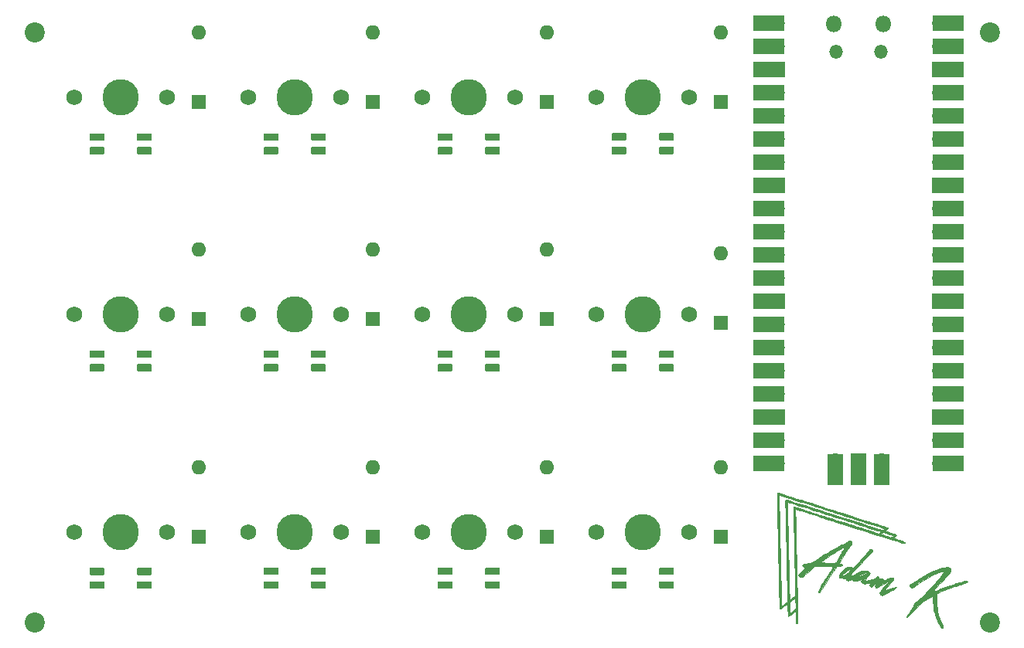
<source format=gts>
G04 #@! TF.GenerationSoftware,KiCad,Pcbnew,(5.1.9)-1*
G04 #@! TF.CreationDate,2021-06-06T12:20:10+01:00*
G04 #@! TF.ProjectId,EnvMCRO,456e764d-4352-44f2-9e6b-696361645f70,rev?*
G04 #@! TF.SameCoordinates,Original*
G04 #@! TF.FileFunction,Soldermask,Top*
G04 #@! TF.FilePolarity,Negative*
%FSLAX46Y46*%
G04 Gerber Fmt 4.6, Leading zero omitted, Abs format (unit mm)*
G04 Created by KiCad (PCBNEW (5.1.9)-1) date 2021-06-06 12:20:10*
%MOMM*%
%LPD*%
G01*
G04 APERTURE LIST*
%ADD10C,0.010000*%
%ADD11C,3.987800*%
%ADD12C,1.750000*%
%ADD13O,1.700000X1.700000*%
%ADD14R,1.700000X3.500000*%
%ADD15R,1.700000X1.700000*%
%ADD16O,1.500000X1.500000*%
%ADD17O,1.800000X1.800000*%
%ADD18R,3.500000X1.700000*%
%ADD19C,2.200000*%
%ADD20O,1.600000X1.600000*%
%ADD21R,1.600000X1.600000*%
G04 APERTURE END LIST*
D10*
G36*
X155189535Y-97020838D02*
G01*
X155298245Y-97054174D01*
X155356922Y-97110038D01*
X155364556Y-97197295D01*
X155320142Y-97324807D01*
X155222671Y-97501435D01*
X155115881Y-97668839D01*
X154987735Y-97864581D01*
X154858454Y-98064648D01*
X154745874Y-98241313D01*
X154686789Y-98335833D01*
X154597452Y-98479024D01*
X154479355Y-98665935D01*
X154349809Y-98869254D01*
X154257430Y-99013167D01*
X154150599Y-99183168D01*
X154063189Y-99330265D01*
X154004418Y-99438386D01*
X153983494Y-99490745D01*
X153992171Y-99529733D01*
X154033535Y-99557992D01*
X154127523Y-99585589D01*
X154207396Y-99603810D01*
X154297542Y-99644115D01*
X154313007Y-99700740D01*
X154256984Y-99770756D01*
X154122114Y-99815593D01*
X153913241Y-99834447D01*
X153738316Y-99838667D01*
X153344315Y-100441917D01*
X153014527Y-100946245D01*
X152728994Y-101381570D01*
X152486222Y-101750128D01*
X152284718Y-102054159D01*
X152122986Y-102295900D01*
X151999535Y-102477589D01*
X151912869Y-102601464D01*
X151861494Y-102669763D01*
X151847079Y-102684935D01*
X151768369Y-102713981D01*
X151716647Y-102664848D01*
X151708826Y-102646495D01*
X151715246Y-102572956D01*
X151760828Y-102443795D01*
X151838213Y-102274130D01*
X151940042Y-102079079D01*
X152058957Y-101873762D01*
X152169287Y-101700490D01*
X152250253Y-101576052D01*
X152308350Y-101480675D01*
X152331315Y-101434515D01*
X152331333Y-101434132D01*
X152354084Y-101392261D01*
X152416191Y-101295088D01*
X152508435Y-101156657D01*
X152621598Y-100991012D01*
X152633494Y-100973804D01*
X152773079Y-100766346D01*
X152915520Y-100544956D01*
X153042000Y-100339364D01*
X153117493Y-100209056D01*
X153203155Y-100052063D01*
X153251225Y-99952387D01*
X153266001Y-99893771D01*
X153251781Y-99859954D01*
X153216022Y-99836359D01*
X153140447Y-99820466D01*
X152985106Y-99809388D01*
X152754772Y-99803275D01*
X152454216Y-99802278D01*
X152209438Y-99804637D01*
X151286164Y-99817500D01*
X151081284Y-99985474D01*
X150974686Y-100077154D01*
X150825145Y-100211504D01*
X150650489Y-100372244D01*
X150468548Y-100543093D01*
X150420613Y-100588724D01*
X150223030Y-100773249D01*
X150073956Y-100902035D01*
X149964700Y-100981760D01*
X149886568Y-101019104D01*
X149854129Y-101024000D01*
X149684768Y-100989099D01*
X149560639Y-100890436D01*
X149534826Y-100849981D01*
X149521288Y-100808351D01*
X149531860Y-100760915D01*
X149575042Y-100696277D01*
X149659334Y-100603040D01*
X149793237Y-100469808D01*
X149883105Y-100383041D01*
X150034840Y-100232179D01*
X150148431Y-100108879D01*
X150215795Y-100022561D01*
X150228850Y-99982648D01*
X150227374Y-99981770D01*
X150126927Y-99921787D01*
X150032717Y-99839731D01*
X149971106Y-99760725D01*
X149960667Y-99727600D01*
X150002265Y-99661799D01*
X150124277Y-99601116D01*
X150322527Y-99547040D01*
X150592840Y-99501063D01*
X150597043Y-99500494D01*
X150727242Y-99481776D01*
X150833569Y-99460631D01*
X150931309Y-99429940D01*
X151035748Y-99382582D01*
X151047680Y-99375867D01*
X151908000Y-99375867D01*
X151947261Y-99391885D01*
X152052968Y-99409515D01*
X152207001Y-99426164D01*
X152320750Y-99434983D01*
X152504921Y-99448219D01*
X152661107Y-99461175D01*
X152767304Y-99471941D01*
X152797000Y-99476356D01*
X152868016Y-99483578D01*
X152997879Y-99490064D01*
X153160772Y-99494588D01*
X153190970Y-99495089D01*
X153359164Y-99495705D01*
X153467029Y-99486873D01*
X153538859Y-99461774D01*
X153598950Y-99413590D01*
X153641364Y-99368699D01*
X153711629Y-99275572D01*
X153805241Y-99129413D01*
X153908046Y-98953096D01*
X153975301Y-98828949D01*
X154090408Y-98612441D01*
X154217658Y-98378082D01*
X154336372Y-98163790D01*
X154382157Y-98082858D01*
X154466868Y-97931530D01*
X154532630Y-97808327D01*
X154569959Y-97731295D01*
X154575000Y-97715794D01*
X154541370Y-97716297D01*
X154448972Y-97755519D01*
X154310544Y-97826844D01*
X154138825Y-97923656D01*
X153946553Y-98039339D01*
X153918833Y-98056593D01*
X153742428Y-98165134D01*
X153541316Y-98286362D01*
X153389667Y-98376051D01*
X153242121Y-98465266D01*
X153062185Y-98578766D01*
X152862022Y-98708343D01*
X152653796Y-98845788D01*
X152449671Y-98982895D01*
X152261812Y-99111453D01*
X152102383Y-99223255D01*
X151983548Y-99310092D01*
X151917472Y-99363757D01*
X151908000Y-99375867D01*
X151047680Y-99375867D01*
X151162173Y-99311437D01*
X151325869Y-99209386D01*
X151542123Y-99069307D01*
X151590500Y-99037750D01*
X151942457Y-98812141D01*
X152310546Y-98583513D01*
X152684077Y-98357957D01*
X153052362Y-98141562D01*
X153404711Y-97940418D01*
X153730434Y-97760615D01*
X154018844Y-97608243D01*
X154259250Y-97489393D01*
X154440963Y-97410154D01*
X154459597Y-97403125D01*
X154609917Y-97330079D01*
X154771365Y-97225413D01*
X154852223Y-97161012D01*
X154967053Y-97066353D01*
X155050596Y-97020698D01*
X155130710Y-97012472D01*
X155189535Y-97020838D01*
G37*
X155189535Y-97020838D02*
X155298245Y-97054174D01*
X155356922Y-97110038D01*
X155364556Y-97197295D01*
X155320142Y-97324807D01*
X155222671Y-97501435D01*
X155115881Y-97668839D01*
X154987735Y-97864581D01*
X154858454Y-98064648D01*
X154745874Y-98241313D01*
X154686789Y-98335833D01*
X154597452Y-98479024D01*
X154479355Y-98665935D01*
X154349809Y-98869254D01*
X154257430Y-99013167D01*
X154150599Y-99183168D01*
X154063189Y-99330265D01*
X154004418Y-99438386D01*
X153983494Y-99490745D01*
X153992171Y-99529733D01*
X154033535Y-99557992D01*
X154127523Y-99585589D01*
X154207396Y-99603810D01*
X154297542Y-99644115D01*
X154313007Y-99700740D01*
X154256984Y-99770756D01*
X154122114Y-99815593D01*
X153913241Y-99834447D01*
X153738316Y-99838667D01*
X153344315Y-100441917D01*
X153014527Y-100946245D01*
X152728994Y-101381570D01*
X152486222Y-101750128D01*
X152284718Y-102054159D01*
X152122986Y-102295900D01*
X151999535Y-102477589D01*
X151912869Y-102601464D01*
X151861494Y-102669763D01*
X151847079Y-102684935D01*
X151768369Y-102713981D01*
X151716647Y-102664848D01*
X151708826Y-102646495D01*
X151715246Y-102572956D01*
X151760828Y-102443795D01*
X151838213Y-102274130D01*
X151940042Y-102079079D01*
X152058957Y-101873762D01*
X152169287Y-101700490D01*
X152250253Y-101576052D01*
X152308350Y-101480675D01*
X152331315Y-101434515D01*
X152331333Y-101434132D01*
X152354084Y-101392261D01*
X152416191Y-101295088D01*
X152508435Y-101156657D01*
X152621598Y-100991012D01*
X152633494Y-100973804D01*
X152773079Y-100766346D01*
X152915520Y-100544956D01*
X153042000Y-100339364D01*
X153117493Y-100209056D01*
X153203155Y-100052063D01*
X153251225Y-99952387D01*
X153266001Y-99893771D01*
X153251781Y-99859954D01*
X153216022Y-99836359D01*
X153140447Y-99820466D01*
X152985106Y-99809388D01*
X152754772Y-99803275D01*
X152454216Y-99802278D01*
X152209438Y-99804637D01*
X151286164Y-99817500D01*
X151081284Y-99985474D01*
X150974686Y-100077154D01*
X150825145Y-100211504D01*
X150650489Y-100372244D01*
X150468548Y-100543093D01*
X150420613Y-100588724D01*
X150223030Y-100773249D01*
X150073956Y-100902035D01*
X149964700Y-100981760D01*
X149886568Y-101019104D01*
X149854129Y-101024000D01*
X149684768Y-100989099D01*
X149560639Y-100890436D01*
X149534826Y-100849981D01*
X149521288Y-100808351D01*
X149531860Y-100760915D01*
X149575042Y-100696277D01*
X149659334Y-100603040D01*
X149793237Y-100469808D01*
X149883105Y-100383041D01*
X150034840Y-100232179D01*
X150148431Y-100108879D01*
X150215795Y-100022561D01*
X150228850Y-99982648D01*
X150227374Y-99981770D01*
X150126927Y-99921787D01*
X150032717Y-99839731D01*
X149971106Y-99760725D01*
X149960667Y-99727600D01*
X150002265Y-99661799D01*
X150124277Y-99601116D01*
X150322527Y-99547040D01*
X150592840Y-99501063D01*
X150597043Y-99500494D01*
X150727242Y-99481776D01*
X150833569Y-99460631D01*
X150931309Y-99429940D01*
X151035748Y-99382582D01*
X151047680Y-99375867D01*
X151908000Y-99375867D01*
X151947261Y-99391885D01*
X152052968Y-99409515D01*
X152207001Y-99426164D01*
X152320750Y-99434983D01*
X152504921Y-99448219D01*
X152661107Y-99461175D01*
X152767304Y-99471941D01*
X152797000Y-99476356D01*
X152868016Y-99483578D01*
X152997879Y-99490064D01*
X153160772Y-99494588D01*
X153190970Y-99495089D01*
X153359164Y-99495705D01*
X153467029Y-99486873D01*
X153538859Y-99461774D01*
X153598950Y-99413590D01*
X153641364Y-99368699D01*
X153711629Y-99275572D01*
X153805241Y-99129413D01*
X153908046Y-98953096D01*
X153975301Y-98828949D01*
X154090408Y-98612441D01*
X154217658Y-98378082D01*
X154336372Y-98163790D01*
X154382157Y-98082858D01*
X154466868Y-97931530D01*
X154532630Y-97808327D01*
X154569959Y-97731295D01*
X154575000Y-97715794D01*
X154541370Y-97716297D01*
X154448972Y-97755519D01*
X154310544Y-97826844D01*
X154138825Y-97923656D01*
X153946553Y-98039339D01*
X153918833Y-98056593D01*
X153742428Y-98165134D01*
X153541316Y-98286362D01*
X153389667Y-98376051D01*
X153242121Y-98465266D01*
X153062185Y-98578766D01*
X152862022Y-98708343D01*
X152653796Y-98845788D01*
X152449671Y-98982895D01*
X152261812Y-99111453D01*
X152102383Y-99223255D01*
X151983548Y-99310092D01*
X151917472Y-99363757D01*
X151908000Y-99375867D01*
X151047680Y-99375867D01*
X151162173Y-99311437D01*
X151325869Y-99209386D01*
X151542123Y-99069307D01*
X151590500Y-99037750D01*
X151942457Y-98812141D01*
X152310546Y-98583513D01*
X152684077Y-98357957D01*
X153052362Y-98141562D01*
X153404711Y-97940418D01*
X153730434Y-97760615D01*
X154018844Y-97608243D01*
X154259250Y-97489393D01*
X154440963Y-97410154D01*
X154459597Y-97403125D01*
X154609917Y-97330079D01*
X154771365Y-97225413D01*
X154852223Y-97161012D01*
X154967053Y-97066353D01*
X155050596Y-97020698D01*
X155130710Y-97012472D01*
X155189535Y-97020838D01*
G36*
X157393046Y-97950738D02*
G01*
X157421917Y-97956448D01*
X157525746Y-97982022D01*
X157589599Y-98003729D01*
X157591250Y-98004643D01*
X157622958Y-98055211D01*
X157597198Y-98140588D01*
X157510950Y-98266228D01*
X157361191Y-98437584D01*
X157337250Y-98463132D01*
X157199900Y-98610986D01*
X157027286Y-98800041D01*
X156839856Y-99007744D01*
X156658055Y-99211539D01*
X156628167Y-99245319D01*
X156367543Y-99539738D01*
X156150035Y-99783977D01*
X155963200Y-99991743D01*
X155794594Y-100176744D01*
X155631773Y-100352689D01*
X155462296Y-100533285D01*
X155381322Y-100618902D01*
X155248653Y-100763751D01*
X155145800Y-100885498D01*
X155082317Y-100972101D01*
X155067757Y-101011514D01*
X155069240Y-101012358D01*
X155106617Y-101009571D01*
X155179778Y-100984396D01*
X155295844Y-100933472D01*
X155461935Y-100853437D01*
X155685172Y-100740929D01*
X155972676Y-100592586D01*
X156110924Y-100520553D01*
X156304968Y-100422077D01*
X156448609Y-100358632D01*
X156564706Y-100322816D01*
X156676120Y-100307223D01*
X156778515Y-100304333D01*
X156958053Y-100315097D01*
X157096253Y-100354397D01*
X157202744Y-100412109D01*
X157288766Y-100472803D01*
X157336216Y-100531747D01*
X157341902Y-100601658D01*
X157302634Y-100695248D01*
X157215222Y-100825235D01*
X157076474Y-101004333D01*
X157043882Y-101045167D01*
X156772939Y-101383833D01*
X156920668Y-101396845D01*
X157037073Y-101391233D01*
X157197837Y-101363892D01*
X157360846Y-101322761D01*
X157518007Y-101279258D01*
X157651955Y-101248036D01*
X157734356Y-101235677D01*
X157735676Y-101235667D01*
X157812517Y-101206711D01*
X157913200Y-101133321D01*
X157961667Y-101087500D01*
X158060199Y-101000080D01*
X158146783Y-100946870D01*
X158176454Y-100939333D01*
X158271558Y-100975288D01*
X158325376Y-101061657D01*
X158323230Y-101145548D01*
X158313264Y-101198927D01*
X158344893Y-101210138D01*
X158436149Y-101186488D01*
X158584905Y-101169013D01*
X158719635Y-101200051D01*
X158814019Y-101270815D01*
X158838534Y-101320843D01*
X158863070Y-101379456D01*
X158906588Y-101398458D01*
X158984992Y-101375993D01*
X159114184Y-101310205D01*
X159163013Y-101282987D01*
X159362221Y-101185418D01*
X159554050Y-101117219D01*
X159720377Y-101082818D01*
X159843078Y-101086645D01*
X159885237Y-101106512D01*
X159940903Y-101187463D01*
X159951333Y-101236505D01*
X159924157Y-101290113D01*
X159848435Y-101395166D01*
X159732873Y-101540738D01*
X159586179Y-101715901D01*
X159417060Y-101909727D01*
X159396697Y-101932575D01*
X159227797Y-102123897D01*
X159081840Y-102293527D01*
X158967010Y-102431594D01*
X158891490Y-102528225D01*
X158863466Y-102573546D01*
X158863876Y-102575320D01*
X158908706Y-102567871D01*
X159016213Y-102532167D01*
X159171406Y-102473659D01*
X159359293Y-102397798D01*
X159407083Y-102377826D01*
X159614941Y-102293247D01*
X159807899Y-102219873D01*
X159965899Y-102164992D01*
X160068885Y-102135893D01*
X160076813Y-102134445D01*
X160225151Y-102110373D01*
X160158274Y-102212770D01*
X160101580Y-102261501D01*
X159983376Y-102338371D01*
X159818743Y-102435438D01*
X159622765Y-102544763D01*
X159410527Y-102658405D01*
X159197110Y-102768424D01*
X158997599Y-102866880D01*
X158827077Y-102945831D01*
X158700628Y-102997338D01*
X158636901Y-103013667D01*
X158555052Y-102984102D01*
X158501215Y-102939583D01*
X158437952Y-102837882D01*
X158420419Y-102707696D01*
X158422317Y-102659244D01*
X158452448Y-102598007D01*
X158530280Y-102492769D01*
X158643428Y-102359181D01*
X158757279Y-102235911D01*
X158928723Y-102053101D01*
X159087458Y-101876458D01*
X159223598Y-101717722D01*
X159327258Y-101588634D01*
X159388554Y-101500934D01*
X159401000Y-101471349D01*
X159367278Y-101472249D01*
X159275029Y-101510687D01*
X159137626Y-101579496D01*
X158968445Y-101671509D01*
X158780860Y-101779558D01*
X158588244Y-101896476D01*
X158482670Y-101963475D01*
X158305823Y-102075205D01*
X158183445Y-102144564D01*
X158100765Y-102177905D01*
X158043010Y-102181581D01*
X158006420Y-102168295D01*
X157935095Y-102087751D01*
X157925450Y-101967984D01*
X157977464Y-101827746D01*
X158006882Y-101781952D01*
X158055197Y-101694890D01*
X158047493Y-101658397D01*
X157995217Y-101671886D01*
X157909813Y-101734765D01*
X157853170Y-101789868D01*
X157742109Y-101897062D01*
X157629367Y-101991851D01*
X157612446Y-102004397D01*
X157488936Y-102064611D01*
X157396086Y-102058448D01*
X157340147Y-102000603D01*
X157327370Y-101905770D01*
X157364007Y-101788645D01*
X157456309Y-101663921D01*
X157464250Y-101656032D01*
X157538578Y-101577072D01*
X157548214Y-101547295D01*
X157517167Y-101554018D01*
X157233328Y-101650661D01*
X156988539Y-101710972D01*
X156795922Y-101732135D01*
X156715984Y-101725884D01*
X156586324Y-101680796D01*
X156471293Y-101606205D01*
X156391208Y-101519838D01*
X156366385Y-101439422D01*
X156370360Y-101424284D01*
X156410009Y-101326437D01*
X156420517Y-101300500D01*
X156415032Y-101273965D01*
X156357170Y-101281029D01*
X156236737Y-101323552D01*
X156188525Y-101342833D01*
X155940649Y-101421598D01*
X155725036Y-101446360D01*
X155553366Y-101416904D01*
X155457731Y-101356398D01*
X155381616Y-101296549D01*
X155317428Y-101298761D01*
X155287473Y-101315001D01*
X155195787Y-101352066D01*
X155065254Y-101383304D01*
X155026289Y-101389467D01*
X154906096Y-101399022D01*
X154827378Y-101375011D01*
X154750101Y-101301859D01*
X154724671Y-101272113D01*
X154653980Y-101195055D01*
X154587440Y-101152407D01*
X154496801Y-101134051D01*
X154353814Y-101129865D01*
X154327517Y-101129833D01*
X154175393Y-101126870D01*
X154084023Y-101112808D01*
X154029561Y-101079890D01*
X154022721Y-101070053D01*
X155888337Y-101070053D01*
X155941684Y-101061894D01*
X156065876Y-101014443D01*
X156262366Y-100927593D01*
X156458271Y-100836435D01*
X156694496Y-100720119D01*
X156851947Y-100630923D01*
X156931740Y-100567935D01*
X156934992Y-100530245D01*
X156862821Y-100516944D01*
X156850417Y-100516930D01*
X156713823Y-100545294D01*
X156530416Y-100623247D01*
X156315864Y-100743239D01*
X156138834Y-100859849D01*
X155988366Y-100968925D01*
X155904383Y-101039028D01*
X155888337Y-101070053D01*
X154022721Y-101070053D01*
X153988161Y-101020358D01*
X153987519Y-101019226D01*
X153954175Y-100914372D01*
X153965844Y-100839300D01*
X154333482Y-100839300D01*
X154363606Y-100850650D01*
X154432859Y-100835999D01*
X154537933Y-100797480D01*
X154676627Y-100731274D01*
X154765500Y-100682465D01*
X154962996Y-100543759D01*
X155088441Y-100395305D01*
X155148895Y-100246362D01*
X155156058Y-100158400D01*
X155123335Y-100135000D01*
X155052635Y-100162884D01*
X154940118Y-100236803D01*
X154803061Y-100342151D01*
X154658736Y-100464327D01*
X154524419Y-100588727D01*
X154417384Y-100700748D01*
X154356020Y-100783664D01*
X154333482Y-100839300D01*
X153965844Y-100839300D01*
X153972491Y-100796539D01*
X154047192Y-100655532D01*
X154183004Y-100481154D01*
X154293781Y-100358413D01*
X154534139Y-100125453D01*
X154750823Y-99968843D01*
X154950622Y-99885937D01*
X155140325Y-99874091D01*
X155326722Y-99930658D01*
X155354887Y-99944918D01*
X155548379Y-100047798D01*
X156278773Y-99217773D01*
X156549287Y-98909615D01*
X156768253Y-98658237D01*
X156940713Y-98457444D01*
X157071709Y-98301038D01*
X157166283Y-98182823D01*
X157229476Y-98096603D01*
X157266329Y-98036182D01*
X157281886Y-97995362D01*
X157283273Y-97983220D01*
X157308747Y-97947799D01*
X157393046Y-97950738D01*
G37*
X157393046Y-97950738D02*
X157421917Y-97956448D01*
X157525746Y-97982022D01*
X157589599Y-98003729D01*
X157591250Y-98004643D01*
X157622958Y-98055211D01*
X157597198Y-98140588D01*
X157510950Y-98266228D01*
X157361191Y-98437584D01*
X157337250Y-98463132D01*
X157199900Y-98610986D01*
X157027286Y-98800041D01*
X156839856Y-99007744D01*
X156658055Y-99211539D01*
X156628167Y-99245319D01*
X156367543Y-99539738D01*
X156150035Y-99783977D01*
X155963200Y-99991743D01*
X155794594Y-100176744D01*
X155631773Y-100352689D01*
X155462296Y-100533285D01*
X155381322Y-100618902D01*
X155248653Y-100763751D01*
X155145800Y-100885498D01*
X155082317Y-100972101D01*
X155067757Y-101011514D01*
X155069240Y-101012358D01*
X155106617Y-101009571D01*
X155179778Y-100984396D01*
X155295844Y-100933472D01*
X155461935Y-100853437D01*
X155685172Y-100740929D01*
X155972676Y-100592586D01*
X156110924Y-100520553D01*
X156304968Y-100422077D01*
X156448609Y-100358632D01*
X156564706Y-100322816D01*
X156676120Y-100307223D01*
X156778515Y-100304333D01*
X156958053Y-100315097D01*
X157096253Y-100354397D01*
X157202744Y-100412109D01*
X157288766Y-100472803D01*
X157336216Y-100531747D01*
X157341902Y-100601658D01*
X157302634Y-100695248D01*
X157215222Y-100825235D01*
X157076474Y-101004333D01*
X157043882Y-101045167D01*
X156772939Y-101383833D01*
X156920668Y-101396845D01*
X157037073Y-101391233D01*
X157197837Y-101363892D01*
X157360846Y-101322761D01*
X157518007Y-101279258D01*
X157651955Y-101248036D01*
X157734356Y-101235677D01*
X157735676Y-101235667D01*
X157812517Y-101206711D01*
X157913200Y-101133321D01*
X157961667Y-101087500D01*
X158060199Y-101000080D01*
X158146783Y-100946870D01*
X158176454Y-100939333D01*
X158271558Y-100975288D01*
X158325376Y-101061657D01*
X158323230Y-101145548D01*
X158313264Y-101198927D01*
X158344893Y-101210138D01*
X158436149Y-101186488D01*
X158584905Y-101169013D01*
X158719635Y-101200051D01*
X158814019Y-101270815D01*
X158838534Y-101320843D01*
X158863070Y-101379456D01*
X158906588Y-101398458D01*
X158984992Y-101375993D01*
X159114184Y-101310205D01*
X159163013Y-101282987D01*
X159362221Y-101185418D01*
X159554050Y-101117219D01*
X159720377Y-101082818D01*
X159843078Y-101086645D01*
X159885237Y-101106512D01*
X159940903Y-101187463D01*
X159951333Y-101236505D01*
X159924157Y-101290113D01*
X159848435Y-101395166D01*
X159732873Y-101540738D01*
X159586179Y-101715901D01*
X159417060Y-101909727D01*
X159396697Y-101932575D01*
X159227797Y-102123897D01*
X159081840Y-102293527D01*
X158967010Y-102431594D01*
X158891490Y-102528225D01*
X158863466Y-102573546D01*
X158863876Y-102575320D01*
X158908706Y-102567871D01*
X159016213Y-102532167D01*
X159171406Y-102473659D01*
X159359293Y-102397798D01*
X159407083Y-102377826D01*
X159614941Y-102293247D01*
X159807899Y-102219873D01*
X159965899Y-102164992D01*
X160068885Y-102135893D01*
X160076813Y-102134445D01*
X160225151Y-102110373D01*
X160158274Y-102212770D01*
X160101580Y-102261501D01*
X159983376Y-102338371D01*
X159818743Y-102435438D01*
X159622765Y-102544763D01*
X159410527Y-102658405D01*
X159197110Y-102768424D01*
X158997599Y-102866880D01*
X158827077Y-102945831D01*
X158700628Y-102997338D01*
X158636901Y-103013667D01*
X158555052Y-102984102D01*
X158501215Y-102939583D01*
X158437952Y-102837882D01*
X158420419Y-102707696D01*
X158422317Y-102659244D01*
X158452448Y-102598007D01*
X158530280Y-102492769D01*
X158643428Y-102359181D01*
X158757279Y-102235911D01*
X158928723Y-102053101D01*
X159087458Y-101876458D01*
X159223598Y-101717722D01*
X159327258Y-101588634D01*
X159388554Y-101500934D01*
X159401000Y-101471349D01*
X159367278Y-101472249D01*
X159275029Y-101510687D01*
X159137626Y-101579496D01*
X158968445Y-101671509D01*
X158780860Y-101779558D01*
X158588244Y-101896476D01*
X158482670Y-101963475D01*
X158305823Y-102075205D01*
X158183445Y-102144564D01*
X158100765Y-102177905D01*
X158043010Y-102181581D01*
X158006420Y-102168295D01*
X157935095Y-102087751D01*
X157925450Y-101967984D01*
X157977464Y-101827746D01*
X158006882Y-101781952D01*
X158055197Y-101694890D01*
X158047493Y-101658397D01*
X157995217Y-101671886D01*
X157909813Y-101734765D01*
X157853170Y-101789868D01*
X157742109Y-101897062D01*
X157629367Y-101991851D01*
X157612446Y-102004397D01*
X157488936Y-102064611D01*
X157396086Y-102058448D01*
X157340147Y-102000603D01*
X157327370Y-101905770D01*
X157364007Y-101788645D01*
X157456309Y-101663921D01*
X157464250Y-101656032D01*
X157538578Y-101577072D01*
X157548214Y-101547295D01*
X157517167Y-101554018D01*
X157233328Y-101650661D01*
X156988539Y-101710972D01*
X156795922Y-101732135D01*
X156715984Y-101725884D01*
X156586324Y-101680796D01*
X156471293Y-101606205D01*
X156391208Y-101519838D01*
X156366385Y-101439422D01*
X156370360Y-101424284D01*
X156410009Y-101326437D01*
X156420517Y-101300500D01*
X156415032Y-101273965D01*
X156357170Y-101281029D01*
X156236737Y-101323552D01*
X156188525Y-101342833D01*
X155940649Y-101421598D01*
X155725036Y-101446360D01*
X155553366Y-101416904D01*
X155457731Y-101356398D01*
X155381616Y-101296549D01*
X155317428Y-101298761D01*
X155287473Y-101315001D01*
X155195787Y-101352066D01*
X155065254Y-101383304D01*
X155026289Y-101389467D01*
X154906096Y-101399022D01*
X154827378Y-101375011D01*
X154750101Y-101301859D01*
X154724671Y-101272113D01*
X154653980Y-101195055D01*
X154587440Y-101152407D01*
X154496801Y-101134051D01*
X154353814Y-101129865D01*
X154327517Y-101129833D01*
X154175393Y-101126870D01*
X154084023Y-101112808D01*
X154029561Y-101079890D01*
X154022721Y-101070053D01*
X155888337Y-101070053D01*
X155941684Y-101061894D01*
X156065876Y-101014443D01*
X156262366Y-100927593D01*
X156458271Y-100836435D01*
X156694496Y-100720119D01*
X156851947Y-100630923D01*
X156931740Y-100567935D01*
X156934992Y-100530245D01*
X156862821Y-100516944D01*
X156850417Y-100516930D01*
X156713823Y-100545294D01*
X156530416Y-100623247D01*
X156315864Y-100743239D01*
X156138834Y-100859849D01*
X155988366Y-100968925D01*
X155904383Y-101039028D01*
X155888337Y-101070053D01*
X154022721Y-101070053D01*
X153988161Y-101020358D01*
X153987519Y-101019226D01*
X153954175Y-100914372D01*
X153965844Y-100839300D01*
X154333482Y-100839300D01*
X154363606Y-100850650D01*
X154432859Y-100835999D01*
X154537933Y-100797480D01*
X154676627Y-100731274D01*
X154765500Y-100682465D01*
X154962996Y-100543759D01*
X155088441Y-100395305D01*
X155148895Y-100246362D01*
X155156058Y-100158400D01*
X155123335Y-100135000D01*
X155052635Y-100162884D01*
X154940118Y-100236803D01*
X154803061Y-100342151D01*
X154658736Y-100464327D01*
X154524419Y-100588727D01*
X154417384Y-100700748D01*
X154356020Y-100783664D01*
X154333482Y-100839300D01*
X153965844Y-100839300D01*
X153972491Y-100796539D01*
X154047192Y-100655532D01*
X154183004Y-100481154D01*
X154293781Y-100358413D01*
X154534139Y-100125453D01*
X154750823Y-99968843D01*
X154950622Y-99885937D01*
X155140325Y-99874091D01*
X155326722Y-99930658D01*
X155354887Y-99944918D01*
X155548379Y-100047798D01*
X156278773Y-99217773D01*
X156549287Y-98909615D01*
X156768253Y-98658237D01*
X156940713Y-98457444D01*
X157071709Y-98301038D01*
X157166283Y-98182823D01*
X157229476Y-98096603D01*
X157266329Y-98036182D01*
X157281886Y-97995362D01*
X157283273Y-97983220D01*
X157308747Y-97947799D01*
X157393046Y-97950738D01*
G36*
X147395260Y-91809519D02*
G01*
X147609878Y-91867047D01*
X147903001Y-91955418D01*
X148040942Y-91998987D01*
X148287994Y-92077775D01*
X148597456Y-92176379D01*
X148951048Y-92288979D01*
X149330487Y-92409756D01*
X149717492Y-92532888D01*
X150093781Y-92652557D01*
X150193500Y-92684259D01*
X150552699Y-92798540D01*
X150917956Y-92914920D01*
X151273121Y-93028242D01*
X151602043Y-93133348D01*
X151888573Y-93225078D01*
X152116559Y-93298276D01*
X152183167Y-93319734D01*
X152318100Y-93363061D01*
X152525485Y-93429383D01*
X152797076Y-93516079D01*
X153124628Y-93620526D01*
X153499895Y-93740099D01*
X153914630Y-93872178D01*
X154360589Y-94014138D01*
X154829526Y-94163357D01*
X155313195Y-94317212D01*
X155803349Y-94473081D01*
X156291744Y-94628339D01*
X156770134Y-94780366D01*
X157230272Y-94926537D01*
X157663914Y-95064230D01*
X158062813Y-95190823D01*
X158418724Y-95303691D01*
X158723400Y-95400213D01*
X158808333Y-95427094D01*
X159025467Y-95499884D01*
X159195611Y-95565188D01*
X159307047Y-95618100D01*
X159347942Y-95652846D01*
X159321996Y-95708678D01*
X159244213Y-95787282D01*
X159181743Y-95835683D01*
X159089674Y-95907522D01*
X159042911Y-95958304D01*
X159044300Y-95972838D01*
X159096774Y-95989459D01*
X159214603Y-96026630D01*
X159382380Y-96079495D01*
X159584695Y-96143199D01*
X159674522Y-96171471D01*
X159884520Y-96240174D01*
X160063754Y-96303776D01*
X160197517Y-96356672D01*
X160271102Y-96393256D01*
X160280542Y-96402460D01*
X160257798Y-96450775D01*
X160183203Y-96525039D01*
X160121251Y-96573710D01*
X160021395Y-96652119D01*
X159957840Y-96713677D01*
X159945932Y-96734289D01*
X159983724Y-96758337D01*
X160088533Y-96801807D01*
X160246380Y-96859466D01*
X160443287Y-96926082D01*
X160551368Y-96960906D01*
X160819866Y-97049713D01*
X161008599Y-97120760D01*
X161120331Y-97175203D01*
X161157821Y-97214201D01*
X161157833Y-97214770D01*
X161157090Y-97243615D01*
X161151077Y-97266682D01*
X161134113Y-97282458D01*
X161100522Y-97289435D01*
X161044623Y-97286101D01*
X160960740Y-97270945D01*
X160843192Y-97242459D01*
X160686303Y-97199130D01*
X160484393Y-97139448D01*
X160231783Y-97061903D01*
X159922795Y-96964984D01*
X159551751Y-96847181D01*
X159112972Y-96706983D01*
X158600780Y-96542880D01*
X158448500Y-96494064D01*
X157866993Y-96307948D01*
X158570164Y-96307948D01*
X158570531Y-96312976D01*
X158617383Y-96334198D01*
X158725932Y-96374364D01*
X158877076Y-96427126D01*
X159051710Y-96486138D01*
X159230731Y-96545053D01*
X159395035Y-96597524D01*
X159525519Y-96637205D01*
X159603079Y-96657749D01*
X159612667Y-96659204D01*
X159685151Y-96636844D01*
X159782986Y-96576499D01*
X159803167Y-96560883D01*
X159879739Y-96490246D01*
X159889814Y-96450532D01*
X159866667Y-96436457D01*
X159803126Y-96415640D01*
X159677064Y-96375271D01*
X159506732Y-96321168D01*
X159310404Y-96259155D01*
X158817642Y-96103916D01*
X158686508Y-96200868D01*
X158606696Y-96265913D01*
X158570164Y-96307948D01*
X157866993Y-96307948D01*
X157625245Y-96230575D01*
X156739660Y-95947949D01*
X155787105Y-95644710D01*
X154762942Y-95319380D01*
X153664833Y-94971212D01*
X153462826Y-94907102D01*
X153196308Y-94822346D01*
X152881412Y-94722085D01*
X152534272Y-94611457D01*
X152171021Y-94495604D01*
X151807792Y-94379664D01*
X151675167Y-94337306D01*
X151170908Y-94176273D01*
X150741241Y-94039230D01*
X150380127Y-93924339D01*
X150081527Y-93829763D01*
X149839401Y-93753665D01*
X149647710Y-93694208D01*
X149500415Y-93649554D01*
X149391476Y-93617866D01*
X149314853Y-93597308D01*
X149264509Y-93586041D01*
X149234403Y-93582230D01*
X149218496Y-93584035D01*
X149212168Y-93588054D01*
X149207872Y-93634414D01*
X149205802Y-93757025D01*
X149205866Y-93947503D01*
X149207969Y-94197463D01*
X149212020Y-94498520D01*
X149217924Y-94842292D01*
X149225588Y-95220393D01*
X149234696Y-95615262D01*
X149263304Y-96801014D01*
X149289665Y-97921426D01*
X149313757Y-98975233D01*
X149335560Y-99961167D01*
X149355051Y-100877964D01*
X149372210Y-101724356D01*
X149387016Y-102499077D01*
X149399448Y-103200862D01*
X149409484Y-103828443D01*
X149417103Y-104380556D01*
X149422284Y-104855932D01*
X149425007Y-105253307D01*
X149425249Y-105571414D01*
X149422990Y-105808986D01*
X149418208Y-105964758D01*
X149410883Y-106037464D01*
X149408811Y-106042334D01*
X149336328Y-106100140D01*
X149272984Y-106079415D01*
X149269222Y-106075778D01*
X149259457Y-106025716D01*
X149251156Y-105906315D01*
X149244958Y-105732898D01*
X149241502Y-105520789D01*
X149241000Y-105398444D01*
X149239607Y-105174861D01*
X149235764Y-104984565D01*
X149229978Y-104842030D01*
X149222752Y-104761728D01*
X149218349Y-104749333D01*
X149177371Y-104773299D01*
X149083934Y-104838192D01*
X148952829Y-104933505D01*
X148829628Y-105025454D01*
X148676647Y-105136569D01*
X148546179Y-105223400D01*
X148453974Y-105275949D01*
X148418362Y-105286588D01*
X148398711Y-105238698D01*
X148380903Y-105113255D01*
X148365635Y-104917365D01*
X148353606Y-104658133D01*
X148352000Y-104610345D01*
X148330833Y-103949089D01*
X147935058Y-104247652D01*
X147738389Y-104390265D01*
X147600571Y-104476649D01*
X147518699Y-104508491D01*
X147495856Y-104502789D01*
X147485483Y-104450935D01*
X147474428Y-104317262D01*
X147462796Y-104104614D01*
X147450691Y-103815834D01*
X147438218Y-103453768D01*
X147425482Y-103021259D01*
X147412587Y-102521151D01*
X147399639Y-101956288D01*
X147396289Y-101799765D01*
X147375691Y-100826745D01*
X147356641Y-99933003D01*
X147339016Y-99113167D01*
X147322692Y-98361865D01*
X147307546Y-97673723D01*
X147293454Y-97043371D01*
X147280293Y-96465435D01*
X147267938Y-95934543D01*
X147256267Y-95445324D01*
X147245156Y-94992404D01*
X147234482Y-94570412D01*
X147224120Y-94173976D01*
X147213948Y-93797722D01*
X147204306Y-93452672D01*
X147191620Y-92965094D01*
X147183637Y-92561890D01*
X147180359Y-92242894D01*
X147180729Y-92181748D01*
X147385759Y-92181748D01*
X147388997Y-92338587D01*
X147397694Y-92566743D01*
X147398390Y-92583587D01*
X147403163Y-92721609D01*
X147409323Y-92936180D01*
X147416685Y-93219196D01*
X147425064Y-93562555D01*
X147434275Y-93958154D01*
X147444132Y-94397889D01*
X147454452Y-94873657D01*
X147465049Y-95377356D01*
X147475738Y-95900882D01*
X147486230Y-96430833D01*
X147497446Y-96998542D01*
X147509200Y-97578829D01*
X147521246Y-98160446D01*
X147533341Y-98732145D01*
X147545238Y-99282680D01*
X147556693Y-99800802D01*
X147567462Y-100275264D01*
X147577299Y-100694818D01*
X147585961Y-101048217D01*
X147590805Y-101235667D01*
X147600646Y-101625607D01*
X147609655Y-102020275D01*
X147617539Y-102403906D01*
X147624006Y-102760737D01*
X147628764Y-103075004D01*
X147631519Y-103330944D01*
X147632100Y-103461694D01*
X147633733Y-103693504D01*
X147638096Y-103894763D01*
X147644631Y-104050604D01*
X147652781Y-104146159D01*
X147658586Y-104168808D01*
X147701044Y-104156020D01*
X147794325Y-104100461D01*
X147922900Y-104011957D01*
X148017923Y-103941506D01*
X148232073Y-103778487D01*
X148563667Y-103778487D01*
X148563667Y-104964052D01*
X148702606Y-104867276D01*
X148818218Y-104784815D01*
X148960251Y-104680946D01*
X149039011Y-104622333D01*
X149236477Y-104474167D01*
X149211684Y-103902667D01*
X149202224Y-103692991D01*
X149193580Y-103516690D01*
X149186574Y-103389452D01*
X149182026Y-103326970D01*
X149181339Y-103323254D01*
X149147651Y-103343426D01*
X149062010Y-103404096D01*
X148939694Y-103494295D01*
X148869726Y-103546914D01*
X148563667Y-103778487D01*
X148232073Y-103778487D01*
X148351007Y-103687950D01*
X148328791Y-103255558D01*
X148324772Y-103151411D01*
X148319281Y-102969179D01*
X148312469Y-102715431D01*
X148304485Y-102396734D01*
X148295481Y-102019655D01*
X148285606Y-101590762D01*
X148275012Y-101116622D01*
X148263847Y-100603803D01*
X148252264Y-100058871D01*
X148240411Y-99488395D01*
X148228440Y-98898941D01*
X148224376Y-98695667D01*
X148212137Y-98085110D01*
X148199854Y-97479982D01*
X148187693Y-96888087D01*
X148175823Y-96317227D01*
X148164409Y-95775207D01*
X148153618Y-95269829D01*
X148143617Y-94808897D01*
X148134572Y-94400213D01*
X148126652Y-94051583D01*
X148120022Y-93770807D01*
X148114849Y-93565691D01*
X148114199Y-93541583D01*
X148105974Y-93210386D01*
X148101748Y-92956401D01*
X148318042Y-92956401D01*
X148318823Y-93158031D01*
X148321611Y-93430494D01*
X148326320Y-93769188D01*
X148332865Y-94169511D01*
X148341159Y-94626862D01*
X148351116Y-95136640D01*
X148362650Y-95694243D01*
X148375675Y-96295070D01*
X148390106Y-96934520D01*
X148405855Y-97607991D01*
X148422836Y-98310881D01*
X148436591Y-98865000D01*
X148447626Y-99317521D01*
X148459451Y-99825353D01*
X148471487Y-100362069D01*
X148483157Y-100901243D01*
X148493879Y-101416449D01*
X148503075Y-101881260D01*
X148505417Y-102005184D01*
X148534386Y-103557868D01*
X148866526Y-103305032D01*
X149033752Y-103171721D01*
X149138188Y-103072283D01*
X149189386Y-102996596D01*
X149198667Y-102953103D01*
X149197626Y-102889967D01*
X149194660Y-102751880D01*
X149189996Y-102548530D01*
X149183866Y-102289605D01*
X149176500Y-101984792D01*
X149168127Y-101643781D01*
X149158979Y-101276258D01*
X149156221Y-101166422D01*
X149149722Y-100902381D01*
X149142040Y-100580780D01*
X149133340Y-100209056D01*
X149123783Y-99794646D01*
X149113532Y-99344989D01*
X149102750Y-98867520D01*
X149091599Y-98369679D01*
X149080241Y-97858901D01*
X149068840Y-97342625D01*
X149057557Y-96828287D01*
X149046555Y-96323326D01*
X149035998Y-95835179D01*
X149026046Y-95371282D01*
X149016863Y-94939074D01*
X149008612Y-94545991D01*
X149001454Y-94199472D01*
X148995553Y-93906953D01*
X148991071Y-93675873D01*
X148988170Y-93513667D01*
X148987014Y-93427774D01*
X148987000Y-93422938D01*
X149010643Y-93338080D01*
X149055207Y-93319333D01*
X149107373Y-93331862D01*
X149232166Y-93367779D01*
X149421603Y-93424581D01*
X149667702Y-93499764D01*
X149962477Y-93590825D01*
X150297947Y-93695261D01*
X150666129Y-93810567D01*
X151059038Y-93934241D01*
X151468692Y-94063779D01*
X151887108Y-94196678D01*
X152306302Y-94330433D01*
X152718291Y-94462542D01*
X153115092Y-94590500D01*
X153305000Y-94652043D01*
X153493814Y-94712997D01*
X153747264Y-94794306D01*
X154049246Y-94890830D01*
X154383657Y-94997432D01*
X154734395Y-95108974D01*
X155085357Y-95220317D01*
X155167667Y-95246386D01*
X155540949Y-95364735D01*
X155939978Y-95491530D01*
X156343580Y-95620023D01*
X156730581Y-95743468D01*
X157079809Y-95855117D01*
X157370090Y-95948222D01*
X157377466Y-95950594D01*
X158296099Y-96245998D01*
X158425507Y-96150323D01*
X158500504Y-96082449D01*
X158526648Y-96032220D01*
X158522874Y-96024369D01*
X158476977Y-96005596D01*
X158358711Y-95964182D01*
X158176472Y-95902883D01*
X157938659Y-95824456D01*
X157653670Y-95731657D01*
X157329901Y-95627243D01*
X156975750Y-95513971D01*
X156734000Y-95437141D01*
X156317477Y-95305016D01*
X155885894Y-95167970D01*
X155454754Y-95030936D01*
X155039559Y-94898846D01*
X154655811Y-94776631D01*
X154319014Y-94669226D01*
X154044669Y-94581562D01*
X154003500Y-94568382D01*
X153713055Y-94475498D01*
X153361603Y-94363313D01*
X152968848Y-94238103D01*
X152554495Y-94106146D01*
X152138247Y-93973719D01*
X151739809Y-93847100D01*
X151611667Y-93806414D01*
X151227188Y-93684252D01*
X150821207Y-93555044D01*
X150412759Y-93424865D01*
X150020883Y-93299788D01*
X149664615Y-93185886D01*
X149362994Y-93089232D01*
X149269213Y-93059108D01*
X149004635Y-92975267D01*
X148767688Y-92902503D01*
X148569965Y-92844188D01*
X148423056Y-92803689D01*
X148338556Y-92784378D01*
X148322847Y-92784041D01*
X148319355Y-92830204D01*
X148318042Y-92956401D01*
X148101748Y-92956401D01*
X148101727Y-92955148D01*
X148101684Y-92767246D01*
X148106069Y-92638056D01*
X148115108Y-92558954D01*
X148129025Y-92521316D01*
X148140981Y-92515000D01*
X148151413Y-92515380D01*
X148166089Y-92517424D01*
X148189312Y-92522485D01*
X148225383Y-92531918D01*
X148278604Y-92547078D01*
X148353277Y-92569318D01*
X148453703Y-92599993D01*
X148584184Y-92640458D01*
X148749022Y-92692067D01*
X148952519Y-92756174D01*
X149198976Y-92834134D01*
X149492696Y-92927300D01*
X149837979Y-93037028D01*
X150239128Y-93164671D01*
X150700445Y-93311584D01*
X151226231Y-93479122D01*
X151820788Y-93668638D01*
X152488418Y-93881487D01*
X153051000Y-94060860D01*
X153852614Y-94316409D01*
X154577325Y-94547351D01*
X155228872Y-94754862D01*
X155810996Y-94940121D01*
X156327438Y-95104304D01*
X156781937Y-95248590D01*
X157178236Y-95374157D01*
X157520073Y-95482181D01*
X157811191Y-95573841D01*
X158055328Y-95650315D01*
X158256226Y-95712779D01*
X158417625Y-95762413D01*
X158543266Y-95800393D01*
X158636889Y-95827897D01*
X158702235Y-95846104D01*
X158743044Y-95856190D01*
X158763057Y-95859333D01*
X158763178Y-95859333D01*
X158832023Y-95834917D01*
X158919154Y-95778306D01*
X159022163Y-95697280D01*
X158883498Y-95653745D01*
X158811313Y-95630889D01*
X158668796Y-95585596D01*
X158466278Y-95521156D01*
X158214090Y-95440857D01*
X157922563Y-95347990D01*
X157602029Y-95245843D01*
X157326667Y-95158063D01*
X156965182Y-95042873D01*
X156602389Y-94927376D01*
X156252990Y-94816246D01*
X155931692Y-94714155D01*
X155653197Y-94625777D01*
X155432210Y-94555786D01*
X155337000Y-94525715D01*
X155152138Y-94467271D01*
X154901973Y-94387954D01*
X154601860Y-94292645D01*
X154267151Y-94186222D01*
X153913199Y-94073567D01*
X153555357Y-93959558D01*
X153410833Y-93913477D01*
X152816241Y-93723851D01*
X152294200Y-93557371D01*
X151836595Y-93411453D01*
X151435317Y-93283515D01*
X151082251Y-93170971D01*
X150769286Y-93071238D01*
X150488309Y-92981732D01*
X150231209Y-92899870D01*
X149989873Y-92823067D01*
X149756188Y-92748739D01*
X149522042Y-92674303D01*
X149279324Y-92597175D01*
X149019920Y-92514771D01*
X148860000Y-92463978D01*
X148536938Y-92361432D01*
X148237491Y-92266492D01*
X147971781Y-92182361D01*
X147749932Y-92112239D01*
X147582069Y-92059328D01*
X147478316Y-92026828D01*
X147450282Y-92018232D01*
X147420241Y-92014468D01*
X147400237Y-92032155D01*
X147389124Y-92083759D01*
X147385759Y-92181748D01*
X147180729Y-92181748D01*
X147181784Y-92007943D01*
X147187912Y-91856873D01*
X147198744Y-91789522D01*
X147200637Y-91786763D01*
X147258921Y-91782777D01*
X147395260Y-91809519D01*
G37*
X147395260Y-91809519D02*
X147609878Y-91867047D01*
X147903001Y-91955418D01*
X148040942Y-91998987D01*
X148287994Y-92077775D01*
X148597456Y-92176379D01*
X148951048Y-92288979D01*
X149330487Y-92409756D01*
X149717492Y-92532888D01*
X150093781Y-92652557D01*
X150193500Y-92684259D01*
X150552699Y-92798540D01*
X150917956Y-92914920D01*
X151273121Y-93028242D01*
X151602043Y-93133348D01*
X151888573Y-93225078D01*
X152116559Y-93298276D01*
X152183167Y-93319734D01*
X152318100Y-93363061D01*
X152525485Y-93429383D01*
X152797076Y-93516079D01*
X153124628Y-93620526D01*
X153499895Y-93740099D01*
X153914630Y-93872178D01*
X154360589Y-94014138D01*
X154829526Y-94163357D01*
X155313195Y-94317212D01*
X155803349Y-94473081D01*
X156291744Y-94628339D01*
X156770134Y-94780366D01*
X157230272Y-94926537D01*
X157663914Y-95064230D01*
X158062813Y-95190823D01*
X158418724Y-95303691D01*
X158723400Y-95400213D01*
X158808333Y-95427094D01*
X159025467Y-95499884D01*
X159195611Y-95565188D01*
X159307047Y-95618100D01*
X159347942Y-95652846D01*
X159321996Y-95708678D01*
X159244213Y-95787282D01*
X159181743Y-95835683D01*
X159089674Y-95907522D01*
X159042911Y-95958304D01*
X159044300Y-95972838D01*
X159096774Y-95989459D01*
X159214603Y-96026630D01*
X159382380Y-96079495D01*
X159584695Y-96143199D01*
X159674522Y-96171471D01*
X159884520Y-96240174D01*
X160063754Y-96303776D01*
X160197517Y-96356672D01*
X160271102Y-96393256D01*
X160280542Y-96402460D01*
X160257798Y-96450775D01*
X160183203Y-96525039D01*
X160121251Y-96573710D01*
X160021395Y-96652119D01*
X159957840Y-96713677D01*
X159945932Y-96734289D01*
X159983724Y-96758337D01*
X160088533Y-96801807D01*
X160246380Y-96859466D01*
X160443287Y-96926082D01*
X160551368Y-96960906D01*
X160819866Y-97049713D01*
X161008599Y-97120760D01*
X161120331Y-97175203D01*
X161157821Y-97214201D01*
X161157833Y-97214770D01*
X161157090Y-97243615D01*
X161151077Y-97266682D01*
X161134113Y-97282458D01*
X161100522Y-97289435D01*
X161044623Y-97286101D01*
X160960740Y-97270945D01*
X160843192Y-97242459D01*
X160686303Y-97199130D01*
X160484393Y-97139448D01*
X160231783Y-97061903D01*
X159922795Y-96964984D01*
X159551751Y-96847181D01*
X159112972Y-96706983D01*
X158600780Y-96542880D01*
X158448500Y-96494064D01*
X157866993Y-96307948D01*
X158570164Y-96307948D01*
X158570531Y-96312976D01*
X158617383Y-96334198D01*
X158725932Y-96374364D01*
X158877076Y-96427126D01*
X159051710Y-96486138D01*
X159230731Y-96545053D01*
X159395035Y-96597524D01*
X159525519Y-96637205D01*
X159603079Y-96657749D01*
X159612667Y-96659204D01*
X159685151Y-96636844D01*
X159782986Y-96576499D01*
X159803167Y-96560883D01*
X159879739Y-96490246D01*
X159889814Y-96450532D01*
X159866667Y-96436457D01*
X159803126Y-96415640D01*
X159677064Y-96375271D01*
X159506732Y-96321168D01*
X159310404Y-96259155D01*
X158817642Y-96103916D01*
X158686508Y-96200868D01*
X158606696Y-96265913D01*
X158570164Y-96307948D01*
X157866993Y-96307948D01*
X157625245Y-96230575D01*
X156739660Y-95947949D01*
X155787105Y-95644710D01*
X154762942Y-95319380D01*
X153664833Y-94971212D01*
X153462826Y-94907102D01*
X153196308Y-94822346D01*
X152881412Y-94722085D01*
X152534272Y-94611457D01*
X152171021Y-94495604D01*
X151807792Y-94379664D01*
X151675167Y-94337306D01*
X151170908Y-94176273D01*
X150741241Y-94039230D01*
X150380127Y-93924339D01*
X150081527Y-93829763D01*
X149839401Y-93753665D01*
X149647710Y-93694208D01*
X149500415Y-93649554D01*
X149391476Y-93617866D01*
X149314853Y-93597308D01*
X149264509Y-93586041D01*
X149234403Y-93582230D01*
X149218496Y-93584035D01*
X149212168Y-93588054D01*
X149207872Y-93634414D01*
X149205802Y-93757025D01*
X149205866Y-93947503D01*
X149207969Y-94197463D01*
X149212020Y-94498520D01*
X149217924Y-94842292D01*
X149225588Y-95220393D01*
X149234696Y-95615262D01*
X149263304Y-96801014D01*
X149289665Y-97921426D01*
X149313757Y-98975233D01*
X149335560Y-99961167D01*
X149355051Y-100877964D01*
X149372210Y-101724356D01*
X149387016Y-102499077D01*
X149399448Y-103200862D01*
X149409484Y-103828443D01*
X149417103Y-104380556D01*
X149422284Y-104855932D01*
X149425007Y-105253307D01*
X149425249Y-105571414D01*
X149422990Y-105808986D01*
X149418208Y-105964758D01*
X149410883Y-106037464D01*
X149408811Y-106042334D01*
X149336328Y-106100140D01*
X149272984Y-106079415D01*
X149269222Y-106075778D01*
X149259457Y-106025716D01*
X149251156Y-105906315D01*
X149244958Y-105732898D01*
X149241502Y-105520789D01*
X149241000Y-105398444D01*
X149239607Y-105174861D01*
X149235764Y-104984565D01*
X149229978Y-104842030D01*
X149222752Y-104761728D01*
X149218349Y-104749333D01*
X149177371Y-104773299D01*
X149083934Y-104838192D01*
X148952829Y-104933505D01*
X148829628Y-105025454D01*
X148676647Y-105136569D01*
X148546179Y-105223400D01*
X148453974Y-105275949D01*
X148418362Y-105286588D01*
X148398711Y-105238698D01*
X148380903Y-105113255D01*
X148365635Y-104917365D01*
X148353606Y-104658133D01*
X148352000Y-104610345D01*
X148330833Y-103949089D01*
X147935058Y-104247652D01*
X147738389Y-104390265D01*
X147600571Y-104476649D01*
X147518699Y-104508491D01*
X147495856Y-104502789D01*
X147485483Y-104450935D01*
X147474428Y-104317262D01*
X147462796Y-104104614D01*
X147450691Y-103815834D01*
X147438218Y-103453768D01*
X147425482Y-103021259D01*
X147412587Y-102521151D01*
X147399639Y-101956288D01*
X147396289Y-101799765D01*
X147375691Y-100826745D01*
X147356641Y-99933003D01*
X147339016Y-99113167D01*
X147322692Y-98361865D01*
X147307546Y-97673723D01*
X147293454Y-97043371D01*
X147280293Y-96465435D01*
X147267938Y-95934543D01*
X147256267Y-95445324D01*
X147245156Y-94992404D01*
X147234482Y-94570412D01*
X147224120Y-94173976D01*
X147213948Y-93797722D01*
X147204306Y-93452672D01*
X147191620Y-92965094D01*
X147183637Y-92561890D01*
X147180359Y-92242894D01*
X147180729Y-92181748D01*
X147385759Y-92181748D01*
X147388997Y-92338587D01*
X147397694Y-92566743D01*
X147398390Y-92583587D01*
X147403163Y-92721609D01*
X147409323Y-92936180D01*
X147416685Y-93219196D01*
X147425064Y-93562555D01*
X147434275Y-93958154D01*
X147444132Y-94397889D01*
X147454452Y-94873657D01*
X147465049Y-95377356D01*
X147475738Y-95900882D01*
X147486230Y-96430833D01*
X147497446Y-96998542D01*
X147509200Y-97578829D01*
X147521246Y-98160446D01*
X147533341Y-98732145D01*
X147545238Y-99282680D01*
X147556693Y-99800802D01*
X147567462Y-100275264D01*
X147577299Y-100694818D01*
X147585961Y-101048217D01*
X147590805Y-101235667D01*
X147600646Y-101625607D01*
X147609655Y-102020275D01*
X147617539Y-102403906D01*
X147624006Y-102760737D01*
X147628764Y-103075004D01*
X147631519Y-103330944D01*
X147632100Y-103461694D01*
X147633733Y-103693504D01*
X147638096Y-103894763D01*
X147644631Y-104050604D01*
X147652781Y-104146159D01*
X147658586Y-104168808D01*
X147701044Y-104156020D01*
X147794325Y-104100461D01*
X147922900Y-104011957D01*
X148017923Y-103941506D01*
X148232073Y-103778487D01*
X148563667Y-103778487D01*
X148563667Y-104964052D01*
X148702606Y-104867276D01*
X148818218Y-104784815D01*
X148960251Y-104680946D01*
X149039011Y-104622333D01*
X149236477Y-104474167D01*
X149211684Y-103902667D01*
X149202224Y-103692991D01*
X149193580Y-103516690D01*
X149186574Y-103389452D01*
X149182026Y-103326970D01*
X149181339Y-103323254D01*
X149147651Y-103343426D01*
X149062010Y-103404096D01*
X148939694Y-103494295D01*
X148869726Y-103546914D01*
X148563667Y-103778487D01*
X148232073Y-103778487D01*
X148351007Y-103687950D01*
X148328791Y-103255558D01*
X148324772Y-103151411D01*
X148319281Y-102969179D01*
X148312469Y-102715431D01*
X148304485Y-102396734D01*
X148295481Y-102019655D01*
X148285606Y-101590762D01*
X148275012Y-101116622D01*
X148263847Y-100603803D01*
X148252264Y-100058871D01*
X148240411Y-99488395D01*
X148228440Y-98898941D01*
X148224376Y-98695667D01*
X148212137Y-98085110D01*
X148199854Y-97479982D01*
X148187693Y-96888087D01*
X148175823Y-96317227D01*
X148164409Y-95775207D01*
X148153618Y-95269829D01*
X148143617Y-94808897D01*
X148134572Y-94400213D01*
X148126652Y-94051583D01*
X148120022Y-93770807D01*
X148114849Y-93565691D01*
X148114199Y-93541583D01*
X148105974Y-93210386D01*
X148101748Y-92956401D01*
X148318042Y-92956401D01*
X148318823Y-93158031D01*
X148321611Y-93430494D01*
X148326320Y-93769188D01*
X148332865Y-94169511D01*
X148341159Y-94626862D01*
X148351116Y-95136640D01*
X148362650Y-95694243D01*
X148375675Y-96295070D01*
X148390106Y-96934520D01*
X148405855Y-97607991D01*
X148422836Y-98310881D01*
X148436591Y-98865000D01*
X148447626Y-99317521D01*
X148459451Y-99825353D01*
X148471487Y-100362069D01*
X148483157Y-100901243D01*
X148493879Y-101416449D01*
X148503075Y-101881260D01*
X148505417Y-102005184D01*
X148534386Y-103557868D01*
X148866526Y-103305032D01*
X149033752Y-103171721D01*
X149138188Y-103072283D01*
X149189386Y-102996596D01*
X149198667Y-102953103D01*
X149197626Y-102889967D01*
X149194660Y-102751880D01*
X149189996Y-102548530D01*
X149183866Y-102289605D01*
X149176500Y-101984792D01*
X149168127Y-101643781D01*
X149158979Y-101276258D01*
X149156221Y-101166422D01*
X149149722Y-100902381D01*
X149142040Y-100580780D01*
X149133340Y-100209056D01*
X149123783Y-99794646D01*
X149113532Y-99344989D01*
X149102750Y-98867520D01*
X149091599Y-98369679D01*
X149080241Y-97858901D01*
X149068840Y-97342625D01*
X149057557Y-96828287D01*
X149046555Y-96323326D01*
X149035998Y-95835179D01*
X149026046Y-95371282D01*
X149016863Y-94939074D01*
X149008612Y-94545991D01*
X149001454Y-94199472D01*
X148995553Y-93906953D01*
X148991071Y-93675873D01*
X148988170Y-93513667D01*
X148987014Y-93427774D01*
X148987000Y-93422938D01*
X149010643Y-93338080D01*
X149055207Y-93319333D01*
X149107373Y-93331862D01*
X149232166Y-93367779D01*
X149421603Y-93424581D01*
X149667702Y-93499764D01*
X149962477Y-93590825D01*
X150297947Y-93695261D01*
X150666129Y-93810567D01*
X151059038Y-93934241D01*
X151468692Y-94063779D01*
X151887108Y-94196678D01*
X152306302Y-94330433D01*
X152718291Y-94462542D01*
X153115092Y-94590500D01*
X153305000Y-94652043D01*
X153493814Y-94712997D01*
X153747264Y-94794306D01*
X154049246Y-94890830D01*
X154383657Y-94997432D01*
X154734395Y-95108974D01*
X155085357Y-95220317D01*
X155167667Y-95246386D01*
X155540949Y-95364735D01*
X155939978Y-95491530D01*
X156343580Y-95620023D01*
X156730581Y-95743468D01*
X157079809Y-95855117D01*
X157370090Y-95948222D01*
X157377466Y-95950594D01*
X158296099Y-96245998D01*
X158425507Y-96150323D01*
X158500504Y-96082449D01*
X158526648Y-96032220D01*
X158522874Y-96024369D01*
X158476977Y-96005596D01*
X158358711Y-95964182D01*
X158176472Y-95902883D01*
X157938659Y-95824456D01*
X157653670Y-95731657D01*
X157329901Y-95627243D01*
X156975750Y-95513971D01*
X156734000Y-95437141D01*
X156317477Y-95305016D01*
X155885894Y-95167970D01*
X155454754Y-95030936D01*
X155039559Y-94898846D01*
X154655811Y-94776631D01*
X154319014Y-94669226D01*
X154044669Y-94581562D01*
X154003500Y-94568382D01*
X153713055Y-94475498D01*
X153361603Y-94363313D01*
X152968848Y-94238103D01*
X152554495Y-94106146D01*
X152138247Y-93973719D01*
X151739809Y-93847100D01*
X151611667Y-93806414D01*
X151227188Y-93684252D01*
X150821207Y-93555044D01*
X150412759Y-93424865D01*
X150020883Y-93299788D01*
X149664615Y-93185886D01*
X149362994Y-93089232D01*
X149269213Y-93059108D01*
X149004635Y-92975267D01*
X148767688Y-92902503D01*
X148569965Y-92844188D01*
X148423056Y-92803689D01*
X148338556Y-92784378D01*
X148322847Y-92784041D01*
X148319355Y-92830204D01*
X148318042Y-92956401D01*
X148101748Y-92956401D01*
X148101727Y-92955148D01*
X148101684Y-92767246D01*
X148106069Y-92638056D01*
X148115108Y-92558954D01*
X148129025Y-92521316D01*
X148140981Y-92515000D01*
X148151413Y-92515380D01*
X148166089Y-92517424D01*
X148189312Y-92522485D01*
X148225383Y-92531918D01*
X148278604Y-92547078D01*
X148353277Y-92569318D01*
X148453703Y-92599993D01*
X148584184Y-92640458D01*
X148749022Y-92692067D01*
X148952519Y-92756174D01*
X149198976Y-92834134D01*
X149492696Y-92927300D01*
X149837979Y-93037028D01*
X150239128Y-93164671D01*
X150700445Y-93311584D01*
X151226231Y-93479122D01*
X151820788Y-93668638D01*
X152488418Y-93881487D01*
X153051000Y-94060860D01*
X153852614Y-94316409D01*
X154577325Y-94547351D01*
X155228872Y-94754862D01*
X155810996Y-94940121D01*
X156327438Y-95104304D01*
X156781937Y-95248590D01*
X157178236Y-95374157D01*
X157520073Y-95482181D01*
X157811191Y-95573841D01*
X158055328Y-95650315D01*
X158256226Y-95712779D01*
X158417625Y-95762413D01*
X158543266Y-95800393D01*
X158636889Y-95827897D01*
X158702235Y-95846104D01*
X158743044Y-95856190D01*
X158763057Y-95859333D01*
X158763178Y-95859333D01*
X158832023Y-95834917D01*
X158919154Y-95778306D01*
X159022163Y-95697280D01*
X158883498Y-95653745D01*
X158811313Y-95630889D01*
X158668796Y-95585596D01*
X158466278Y-95521156D01*
X158214090Y-95440857D01*
X157922563Y-95347990D01*
X157602029Y-95245843D01*
X157326667Y-95158063D01*
X156965182Y-95042873D01*
X156602389Y-94927376D01*
X156252990Y-94816246D01*
X155931692Y-94714155D01*
X155653197Y-94625777D01*
X155432210Y-94555786D01*
X155337000Y-94525715D01*
X155152138Y-94467271D01*
X154901973Y-94387954D01*
X154601860Y-94292645D01*
X154267151Y-94186222D01*
X153913199Y-94073567D01*
X153555357Y-93959558D01*
X153410833Y-93913477D01*
X152816241Y-93723851D01*
X152294200Y-93557371D01*
X151836595Y-93411453D01*
X151435317Y-93283515D01*
X151082251Y-93170971D01*
X150769286Y-93071238D01*
X150488309Y-92981732D01*
X150231209Y-92899870D01*
X149989873Y-92823067D01*
X149756188Y-92748739D01*
X149522042Y-92674303D01*
X149279324Y-92597175D01*
X149019920Y-92514771D01*
X148860000Y-92463978D01*
X148536938Y-92361432D01*
X148237491Y-92266492D01*
X147971781Y-92182361D01*
X147749932Y-92112239D01*
X147582069Y-92059328D01*
X147478316Y-92026828D01*
X147450282Y-92018232D01*
X147420241Y-92014468D01*
X147400237Y-92032155D01*
X147389124Y-92083759D01*
X147385759Y-92181748D01*
X147180729Y-92181748D01*
X147181784Y-92007943D01*
X147187912Y-91856873D01*
X147198744Y-91789522D01*
X147200637Y-91786763D01*
X147258921Y-91782777D01*
X147395260Y-91809519D01*
G36*
X165887117Y-99920468D02*
G01*
X165910826Y-99927610D01*
X166046348Y-100000907D01*
X166154379Y-100098605D01*
X166212360Y-100198513D01*
X166216667Y-100228453D01*
X166192226Y-100347816D01*
X166116543Y-100497750D01*
X165986070Y-100683064D01*
X165797264Y-100908569D01*
X165546580Y-101179075D01*
X165420487Y-101308790D01*
X165176278Y-101559052D01*
X164945302Y-101799344D01*
X164734621Y-102022015D01*
X164551300Y-102219410D01*
X164402401Y-102383879D01*
X164294988Y-102507767D01*
X164236124Y-102583422D01*
X164227000Y-102601864D01*
X164236062Y-102611223D01*
X164269426Y-102608368D01*
X164336360Y-102590235D01*
X164446133Y-102553762D01*
X164608013Y-102495884D01*
X164831267Y-102413540D01*
X165094833Y-102315041D01*
X165441282Y-102186572D01*
X165806652Y-102053595D01*
X166166801Y-101924743D01*
X166497589Y-101808650D01*
X166774872Y-101713949D01*
X166788167Y-101709508D01*
X166911282Y-101670347D01*
X167088640Y-101616267D01*
X167293007Y-101555377D01*
X167497151Y-101495787D01*
X167673839Y-101445606D01*
X167681507Y-101443478D01*
X167822544Y-101422503D01*
X167934402Y-101436881D01*
X168006031Y-101476224D01*
X168026378Y-101530140D01*
X167984392Y-101588241D01*
X167885374Y-101635138D01*
X167789785Y-101668118D01*
X167641691Y-101721793D01*
X167467621Y-101786496D01*
X167402000Y-101811274D01*
X167199843Y-101881614D01*
X166988201Y-101945083D01*
X166806491Y-101990058D01*
X166774177Y-101996366D01*
X166523164Y-102055997D01*
X166219779Y-102150739D01*
X165884713Y-102272921D01*
X165538658Y-102414869D01*
X165202304Y-102568913D01*
X165118082Y-102610456D01*
X164641842Y-102849299D01*
X164673937Y-103005566D01*
X164685082Y-103105501D01*
X164693002Y-103269123D01*
X164697083Y-103475488D01*
X164696708Y-103703658D01*
X164695970Y-103754500D01*
X164699314Y-104138094D01*
X164725906Y-104490501D01*
X164779935Y-104830408D01*
X164865591Y-105176505D01*
X164987065Y-105547479D01*
X165148547Y-105962020D01*
X165238829Y-106175763D01*
X165301469Y-106329263D01*
X165347834Y-106458209D01*
X165369407Y-106538541D01*
X165370000Y-106546179D01*
X165345646Y-106605803D01*
X165282751Y-106606174D01*
X165196561Y-106553426D01*
X165102326Y-106453691D01*
X165086301Y-106432083D01*
X164916911Y-106158324D01*
X164750600Y-105821085D01*
X164595754Y-105441384D01*
X164460759Y-105040242D01*
X164353999Y-104638678D01*
X164333698Y-104545482D01*
X164303498Y-104345913D01*
X164281693Y-104090254D01*
X164270417Y-103806850D01*
X164269333Y-103690731D01*
X164266288Y-103478276D01*
X164257904Y-103302117D01*
X164245313Y-103177939D01*
X164229643Y-103121426D01*
X164228243Y-103120268D01*
X164187387Y-103114769D01*
X164116759Y-103136734D01*
X164008098Y-103190599D01*
X163853142Y-103280801D01*
X163643630Y-103411777D01*
X163436589Y-103545379D01*
X163261812Y-103663624D01*
X163093251Y-103788383D01*
X162921567Y-103928149D01*
X162737419Y-104091415D01*
X162531465Y-104286674D01*
X162294365Y-104522419D01*
X162016778Y-104807143D01*
X161798202Y-105035083D01*
X161629197Y-105205095D01*
X161499341Y-105321021D01*
X161412276Y-105380695D01*
X161371644Y-105381953D01*
X161381089Y-105322627D01*
X161406585Y-105267917D01*
X161454250Y-105190890D01*
X161541508Y-105063262D01*
X161656616Y-104901756D01*
X161787829Y-104723097D01*
X161809839Y-104693629D01*
X161957510Y-104491787D01*
X162058062Y-104341560D01*
X162118967Y-104229846D01*
X162147696Y-104143543D01*
X162152667Y-104092459D01*
X162158244Y-104027864D01*
X162182190Y-103967846D01*
X162235325Y-103899861D01*
X162328468Y-103811362D01*
X162472438Y-103689805D01*
X162565417Y-103613885D01*
X162735338Y-103467086D01*
X162950086Y-103267871D01*
X163198670Y-103027484D01*
X163470095Y-102757168D01*
X163753368Y-102468167D01*
X164037498Y-102171723D01*
X164311490Y-101879082D01*
X164564352Y-101601485D01*
X164785091Y-101350177D01*
X164828561Y-101299167D01*
X165061521Y-101016349D01*
X165234009Y-100789112D01*
X165347316Y-100615127D01*
X165402734Y-100492064D01*
X165401556Y-100417595D01*
X165345072Y-100389390D01*
X165333407Y-100389000D01*
X165244828Y-100405774D01*
X165097126Y-100451475D01*
X164907876Y-100519169D01*
X164694653Y-100601923D01*
X164475031Y-100692805D01*
X164266587Y-100784881D01*
X164086894Y-100871218D01*
X164015333Y-100908960D01*
X163400884Y-101265127D01*
X162831143Y-101635852D01*
X162289400Y-102029417D01*
X162135963Y-102138611D01*
X162023808Y-102193299D01*
X161932806Y-102197261D01*
X161842828Y-102154276D01*
X161798542Y-102121594D01*
X161717810Y-102043609D01*
X161691832Y-101970405D01*
X161725666Y-101891968D01*
X161824369Y-101798285D01*
X161993000Y-101679341D01*
X162036074Y-101651311D01*
X162226054Y-101527799D01*
X162425730Y-101396406D01*
X162600162Y-101280166D01*
X162644943Y-101249930D01*
X162936334Y-101064096D01*
X163258980Y-100878873D01*
X163602685Y-100698390D01*
X163957256Y-100526774D01*
X164312496Y-100368153D01*
X164658212Y-100226654D01*
X164984209Y-100106406D01*
X165280293Y-100011535D01*
X165536269Y-99946170D01*
X165741941Y-99914439D01*
X165887117Y-99920468D01*
G37*
X165887117Y-99920468D02*
X165910826Y-99927610D01*
X166046348Y-100000907D01*
X166154379Y-100098605D01*
X166212360Y-100198513D01*
X166216667Y-100228453D01*
X166192226Y-100347816D01*
X166116543Y-100497750D01*
X165986070Y-100683064D01*
X165797264Y-100908569D01*
X165546580Y-101179075D01*
X165420487Y-101308790D01*
X165176278Y-101559052D01*
X164945302Y-101799344D01*
X164734621Y-102022015D01*
X164551300Y-102219410D01*
X164402401Y-102383879D01*
X164294988Y-102507767D01*
X164236124Y-102583422D01*
X164227000Y-102601864D01*
X164236062Y-102611223D01*
X164269426Y-102608368D01*
X164336360Y-102590235D01*
X164446133Y-102553762D01*
X164608013Y-102495884D01*
X164831267Y-102413540D01*
X165094833Y-102315041D01*
X165441282Y-102186572D01*
X165806652Y-102053595D01*
X166166801Y-101924743D01*
X166497589Y-101808650D01*
X166774872Y-101713949D01*
X166788167Y-101709508D01*
X166911282Y-101670347D01*
X167088640Y-101616267D01*
X167293007Y-101555377D01*
X167497151Y-101495787D01*
X167673839Y-101445606D01*
X167681507Y-101443478D01*
X167822544Y-101422503D01*
X167934402Y-101436881D01*
X168006031Y-101476224D01*
X168026378Y-101530140D01*
X167984392Y-101588241D01*
X167885374Y-101635138D01*
X167789785Y-101668118D01*
X167641691Y-101721793D01*
X167467621Y-101786496D01*
X167402000Y-101811274D01*
X167199843Y-101881614D01*
X166988201Y-101945083D01*
X166806491Y-101990058D01*
X166774177Y-101996366D01*
X166523164Y-102055997D01*
X166219779Y-102150739D01*
X165884713Y-102272921D01*
X165538658Y-102414869D01*
X165202304Y-102568913D01*
X165118082Y-102610456D01*
X164641842Y-102849299D01*
X164673937Y-103005566D01*
X164685082Y-103105501D01*
X164693002Y-103269123D01*
X164697083Y-103475488D01*
X164696708Y-103703658D01*
X164695970Y-103754500D01*
X164699314Y-104138094D01*
X164725906Y-104490501D01*
X164779935Y-104830408D01*
X164865591Y-105176505D01*
X164987065Y-105547479D01*
X165148547Y-105962020D01*
X165238829Y-106175763D01*
X165301469Y-106329263D01*
X165347834Y-106458209D01*
X165369407Y-106538541D01*
X165370000Y-106546179D01*
X165345646Y-106605803D01*
X165282751Y-106606174D01*
X165196561Y-106553426D01*
X165102326Y-106453691D01*
X165086301Y-106432083D01*
X164916911Y-106158324D01*
X164750600Y-105821085D01*
X164595754Y-105441384D01*
X164460759Y-105040242D01*
X164353999Y-104638678D01*
X164333698Y-104545482D01*
X164303498Y-104345913D01*
X164281693Y-104090254D01*
X164270417Y-103806850D01*
X164269333Y-103690731D01*
X164266288Y-103478276D01*
X164257904Y-103302117D01*
X164245313Y-103177939D01*
X164229643Y-103121426D01*
X164228243Y-103120268D01*
X164187387Y-103114769D01*
X164116759Y-103136734D01*
X164008098Y-103190599D01*
X163853142Y-103280801D01*
X163643630Y-103411777D01*
X163436589Y-103545379D01*
X163261812Y-103663624D01*
X163093251Y-103788383D01*
X162921567Y-103928149D01*
X162737419Y-104091415D01*
X162531465Y-104286674D01*
X162294365Y-104522419D01*
X162016778Y-104807143D01*
X161798202Y-105035083D01*
X161629197Y-105205095D01*
X161499341Y-105321021D01*
X161412276Y-105380695D01*
X161371644Y-105381953D01*
X161381089Y-105322627D01*
X161406585Y-105267917D01*
X161454250Y-105190890D01*
X161541508Y-105063262D01*
X161656616Y-104901756D01*
X161787829Y-104723097D01*
X161809839Y-104693629D01*
X161957510Y-104491787D01*
X162058062Y-104341560D01*
X162118967Y-104229846D01*
X162147696Y-104143543D01*
X162152667Y-104092459D01*
X162158244Y-104027864D01*
X162182190Y-103967846D01*
X162235325Y-103899861D01*
X162328468Y-103811362D01*
X162472438Y-103689805D01*
X162565417Y-103613885D01*
X162735338Y-103467086D01*
X162950086Y-103267871D01*
X163198670Y-103027484D01*
X163470095Y-102757168D01*
X163753368Y-102468167D01*
X164037498Y-102171723D01*
X164311490Y-101879082D01*
X164564352Y-101601485D01*
X164785091Y-101350177D01*
X164828561Y-101299167D01*
X165061521Y-101016349D01*
X165234009Y-100789112D01*
X165347316Y-100615127D01*
X165402734Y-100492064D01*
X165401556Y-100417595D01*
X165345072Y-100389390D01*
X165333407Y-100389000D01*
X165244828Y-100405774D01*
X165097126Y-100451475D01*
X164907876Y-100519169D01*
X164694653Y-100601923D01*
X164475031Y-100692805D01*
X164266587Y-100784881D01*
X164086894Y-100871218D01*
X164015333Y-100908960D01*
X163400884Y-101265127D01*
X162831143Y-101635852D01*
X162289400Y-102029417D01*
X162135963Y-102138611D01*
X162023808Y-102193299D01*
X161932806Y-102197261D01*
X161842828Y-102154276D01*
X161798542Y-102121594D01*
X161717810Y-102043609D01*
X161691832Y-101970405D01*
X161725666Y-101891968D01*
X161824369Y-101798285D01*
X161993000Y-101679341D01*
X162036074Y-101651311D01*
X162226054Y-101527799D01*
X162425730Y-101396406D01*
X162600162Y-101280166D01*
X162644943Y-101249930D01*
X162936334Y-101064096D01*
X163258980Y-100878873D01*
X163602685Y-100698390D01*
X163957256Y-100526774D01*
X164312496Y-100368153D01*
X164658212Y-100226654D01*
X164984209Y-100106406D01*
X165280293Y-100011535D01*
X165536269Y-99946170D01*
X165741941Y-99914439D01*
X165887117Y-99920468D01*
G36*
G01*
X97718000Y-102290000D02*
X96282000Y-102290000D01*
G75*
G02*
X96200000Y-102208000I0J82000D01*
G01*
X96200000Y-101552000D01*
G75*
G02*
X96282000Y-101470000I82000J0D01*
G01*
X97718000Y-101470000D01*
G75*
G02*
X97800000Y-101552000I0J-82000D01*
G01*
X97800000Y-102208000D01*
G75*
G02*
X97718000Y-102290000I-82000J0D01*
G01*
G37*
G36*
G01*
X97718000Y-100790000D02*
X96282000Y-100790000D01*
G75*
G02*
X96200000Y-100708000I0J82000D01*
G01*
X96200000Y-100052000D01*
G75*
G02*
X96282000Y-99970000I82000J0D01*
G01*
X97718000Y-99970000D01*
G75*
G02*
X97800000Y-100052000I0J-82000D01*
G01*
X97800000Y-100708000D01*
G75*
G02*
X97718000Y-100790000I-82000J0D01*
G01*
G37*
G36*
G01*
X92518000Y-102290000D02*
X91082000Y-102290000D01*
G75*
G02*
X91000000Y-102208000I0J82000D01*
G01*
X91000000Y-101552000D01*
G75*
G02*
X91082000Y-101470000I82000J0D01*
G01*
X92518000Y-101470000D01*
G75*
G02*
X92600000Y-101552000I0J-82000D01*
G01*
X92600000Y-102208000D01*
G75*
G02*
X92518000Y-102290000I-82000J0D01*
G01*
G37*
G36*
G01*
X92518000Y-100790000D02*
X91082000Y-100790000D01*
G75*
G02*
X91000000Y-100708000I0J82000D01*
G01*
X91000000Y-100052000D01*
G75*
G02*
X91082000Y-99970000I82000J0D01*
G01*
X92518000Y-99970000D01*
G75*
G02*
X92600000Y-100052000I0J-82000D01*
G01*
X92600000Y-100708000D01*
G75*
G02*
X92518000Y-100790000I-82000J0D01*
G01*
G37*
D11*
X132485000Y-96060000D03*
D12*
X127405000Y-96060000D03*
X137565000Y-96060000D03*
G36*
G01*
X130618000Y-100790000D02*
X129182000Y-100790000D01*
G75*
G02*
X129100000Y-100708000I0J82000D01*
G01*
X129100000Y-100052000D01*
G75*
G02*
X129182000Y-99970000I82000J0D01*
G01*
X130618000Y-99970000D01*
G75*
G02*
X130700000Y-100052000I0J-82000D01*
G01*
X130700000Y-100708000D01*
G75*
G02*
X130618000Y-100790000I-82000J0D01*
G01*
G37*
G36*
G01*
X130618000Y-102290000D02*
X129182000Y-102290000D01*
G75*
G02*
X129100000Y-102208000I0J82000D01*
G01*
X129100000Y-101552000D01*
G75*
G02*
X129182000Y-101470000I82000J0D01*
G01*
X130618000Y-101470000D01*
G75*
G02*
X130700000Y-101552000I0J-82000D01*
G01*
X130700000Y-102208000D01*
G75*
G02*
X130618000Y-102290000I-82000J0D01*
G01*
G37*
G36*
G01*
X135818000Y-100790000D02*
X134382000Y-100790000D01*
G75*
G02*
X134300000Y-100708000I0J82000D01*
G01*
X134300000Y-100052000D01*
G75*
G02*
X134382000Y-99970000I82000J0D01*
G01*
X135818000Y-99970000D01*
G75*
G02*
X135900000Y-100052000I0J-82000D01*
G01*
X135900000Y-100708000D01*
G75*
G02*
X135818000Y-100790000I-82000J0D01*
G01*
G37*
G36*
G01*
X135818000Y-102290000D02*
X134382000Y-102290000D01*
G75*
G02*
X134300000Y-102208000I0J82000D01*
G01*
X134300000Y-101552000D01*
G75*
G02*
X134382000Y-101470000I82000J0D01*
G01*
X135818000Y-101470000D01*
G75*
G02*
X135900000Y-101552000I0J-82000D01*
G01*
X135900000Y-102208000D01*
G75*
G02*
X135818000Y-102290000I-82000J0D01*
G01*
G37*
G36*
G01*
X111568000Y-100790000D02*
X110132000Y-100790000D01*
G75*
G02*
X110050000Y-100708000I0J82000D01*
G01*
X110050000Y-100052000D01*
G75*
G02*
X110132000Y-99970000I82000J0D01*
G01*
X111568000Y-99970000D01*
G75*
G02*
X111650000Y-100052000I0J-82000D01*
G01*
X111650000Y-100708000D01*
G75*
G02*
X111568000Y-100790000I-82000J0D01*
G01*
G37*
G36*
G01*
X111568000Y-102290000D02*
X110132000Y-102290000D01*
G75*
G02*
X110050000Y-102208000I0J82000D01*
G01*
X110050000Y-101552000D01*
G75*
G02*
X110132000Y-101470000I82000J0D01*
G01*
X111568000Y-101470000D01*
G75*
G02*
X111650000Y-101552000I0J-82000D01*
G01*
X111650000Y-102208000D01*
G75*
G02*
X111568000Y-102290000I-82000J0D01*
G01*
G37*
G36*
G01*
X116768000Y-100790000D02*
X115332000Y-100790000D01*
G75*
G02*
X115250000Y-100708000I0J82000D01*
G01*
X115250000Y-100052000D01*
G75*
G02*
X115332000Y-99970000I82000J0D01*
G01*
X116768000Y-99970000D01*
G75*
G02*
X116850000Y-100052000I0J-82000D01*
G01*
X116850000Y-100708000D01*
G75*
G02*
X116768000Y-100790000I-82000J0D01*
G01*
G37*
G36*
G01*
X116768000Y-102290000D02*
X115332000Y-102290000D01*
G75*
G02*
X115250000Y-102208000I0J82000D01*
G01*
X115250000Y-101552000D01*
G75*
G02*
X115332000Y-101470000I82000J0D01*
G01*
X116768000Y-101470000D01*
G75*
G02*
X116850000Y-101552000I0J-82000D01*
G01*
X116850000Y-102208000D01*
G75*
G02*
X116768000Y-102290000I-82000J0D01*
G01*
G37*
G36*
G01*
X73453000Y-100800000D02*
X72017000Y-100800000D01*
G75*
G02*
X71935000Y-100718000I0J82000D01*
G01*
X71935000Y-100062000D01*
G75*
G02*
X72017000Y-99980000I82000J0D01*
G01*
X73453000Y-99980000D01*
G75*
G02*
X73535000Y-100062000I0J-82000D01*
G01*
X73535000Y-100718000D01*
G75*
G02*
X73453000Y-100800000I-82000J0D01*
G01*
G37*
G36*
G01*
X73453000Y-102300000D02*
X72017000Y-102300000D01*
G75*
G02*
X71935000Y-102218000I0J82000D01*
G01*
X71935000Y-101562000D01*
G75*
G02*
X72017000Y-101480000I82000J0D01*
G01*
X73453000Y-101480000D01*
G75*
G02*
X73535000Y-101562000I0J-82000D01*
G01*
X73535000Y-102218000D01*
G75*
G02*
X73453000Y-102300000I-82000J0D01*
G01*
G37*
G36*
G01*
X78653000Y-100800000D02*
X77217000Y-100800000D01*
G75*
G02*
X77135000Y-100718000I0J82000D01*
G01*
X77135000Y-100062000D01*
G75*
G02*
X77217000Y-99980000I82000J0D01*
G01*
X78653000Y-99980000D01*
G75*
G02*
X78735000Y-100062000I0J-82000D01*
G01*
X78735000Y-100718000D01*
G75*
G02*
X78653000Y-100800000I-82000J0D01*
G01*
G37*
G36*
G01*
X78653000Y-102300000D02*
X77217000Y-102300000D01*
G75*
G02*
X77135000Y-102218000I0J82000D01*
G01*
X77135000Y-101562000D01*
G75*
G02*
X77217000Y-101480000I82000J0D01*
G01*
X78653000Y-101480000D01*
G75*
G02*
X78735000Y-101562000I0J-82000D01*
G01*
X78735000Y-102218000D01*
G75*
G02*
X78653000Y-102300000I-82000J0D01*
G01*
G37*
G36*
G01*
X130618000Y-76990000D02*
X129182000Y-76990000D01*
G75*
G02*
X129100000Y-76908000I0J82000D01*
G01*
X129100000Y-76252000D01*
G75*
G02*
X129182000Y-76170000I82000J0D01*
G01*
X130618000Y-76170000D01*
G75*
G02*
X130700000Y-76252000I0J-82000D01*
G01*
X130700000Y-76908000D01*
G75*
G02*
X130618000Y-76990000I-82000J0D01*
G01*
G37*
G36*
G01*
X130618000Y-78490000D02*
X129182000Y-78490000D01*
G75*
G02*
X129100000Y-78408000I0J82000D01*
G01*
X129100000Y-77752000D01*
G75*
G02*
X129182000Y-77670000I82000J0D01*
G01*
X130618000Y-77670000D01*
G75*
G02*
X130700000Y-77752000I0J-82000D01*
G01*
X130700000Y-78408000D01*
G75*
G02*
X130618000Y-78490000I-82000J0D01*
G01*
G37*
G36*
G01*
X135818000Y-76990000D02*
X134382000Y-76990000D01*
G75*
G02*
X134300000Y-76908000I0J82000D01*
G01*
X134300000Y-76252000D01*
G75*
G02*
X134382000Y-76170000I82000J0D01*
G01*
X135818000Y-76170000D01*
G75*
G02*
X135900000Y-76252000I0J-82000D01*
G01*
X135900000Y-76908000D01*
G75*
G02*
X135818000Y-76990000I-82000J0D01*
G01*
G37*
G36*
G01*
X135818000Y-78490000D02*
X134382000Y-78490000D01*
G75*
G02*
X134300000Y-78408000I0J82000D01*
G01*
X134300000Y-77752000D01*
G75*
G02*
X134382000Y-77670000I82000J0D01*
G01*
X135818000Y-77670000D01*
G75*
G02*
X135900000Y-77752000I0J-82000D01*
G01*
X135900000Y-78408000D01*
G75*
G02*
X135818000Y-78490000I-82000J0D01*
G01*
G37*
G36*
G01*
X111553000Y-76987500D02*
X110117000Y-76987500D01*
G75*
G02*
X110035000Y-76905500I0J82000D01*
G01*
X110035000Y-76249500D01*
G75*
G02*
X110117000Y-76167500I82000J0D01*
G01*
X111553000Y-76167500D01*
G75*
G02*
X111635000Y-76249500I0J-82000D01*
G01*
X111635000Y-76905500D01*
G75*
G02*
X111553000Y-76987500I-82000J0D01*
G01*
G37*
G36*
G01*
X111553000Y-78487500D02*
X110117000Y-78487500D01*
G75*
G02*
X110035000Y-78405500I0J82000D01*
G01*
X110035000Y-77749500D01*
G75*
G02*
X110117000Y-77667500I82000J0D01*
G01*
X111553000Y-77667500D01*
G75*
G02*
X111635000Y-77749500I0J-82000D01*
G01*
X111635000Y-78405500D01*
G75*
G02*
X111553000Y-78487500I-82000J0D01*
G01*
G37*
G36*
G01*
X116753000Y-76987500D02*
X115317000Y-76987500D01*
G75*
G02*
X115235000Y-76905500I0J82000D01*
G01*
X115235000Y-76249500D01*
G75*
G02*
X115317000Y-76167500I82000J0D01*
G01*
X116753000Y-76167500D01*
G75*
G02*
X116835000Y-76249500I0J-82000D01*
G01*
X116835000Y-76905500D01*
G75*
G02*
X116753000Y-76987500I-82000J0D01*
G01*
G37*
G36*
G01*
X116753000Y-78487500D02*
X115317000Y-78487500D01*
G75*
G02*
X115235000Y-78405500I0J82000D01*
G01*
X115235000Y-77749500D01*
G75*
G02*
X115317000Y-77667500I82000J0D01*
G01*
X116753000Y-77667500D01*
G75*
G02*
X116835000Y-77749500I0J-82000D01*
G01*
X116835000Y-78405500D01*
G75*
G02*
X116753000Y-78487500I-82000J0D01*
G01*
G37*
G36*
G01*
X92503000Y-76987500D02*
X91067000Y-76987500D01*
G75*
G02*
X90985000Y-76905500I0J82000D01*
G01*
X90985000Y-76249500D01*
G75*
G02*
X91067000Y-76167500I82000J0D01*
G01*
X92503000Y-76167500D01*
G75*
G02*
X92585000Y-76249500I0J-82000D01*
G01*
X92585000Y-76905500D01*
G75*
G02*
X92503000Y-76987500I-82000J0D01*
G01*
G37*
G36*
G01*
X92503000Y-78487500D02*
X91067000Y-78487500D01*
G75*
G02*
X90985000Y-78405500I0J82000D01*
G01*
X90985000Y-77749500D01*
G75*
G02*
X91067000Y-77667500I82000J0D01*
G01*
X92503000Y-77667500D01*
G75*
G02*
X92585000Y-77749500I0J-82000D01*
G01*
X92585000Y-78405500D01*
G75*
G02*
X92503000Y-78487500I-82000J0D01*
G01*
G37*
G36*
G01*
X97703000Y-76987500D02*
X96267000Y-76987500D01*
G75*
G02*
X96185000Y-76905500I0J82000D01*
G01*
X96185000Y-76249500D01*
G75*
G02*
X96267000Y-76167500I82000J0D01*
G01*
X97703000Y-76167500D01*
G75*
G02*
X97785000Y-76249500I0J-82000D01*
G01*
X97785000Y-76905500D01*
G75*
G02*
X97703000Y-76987500I-82000J0D01*
G01*
G37*
G36*
G01*
X97703000Y-78487500D02*
X96267000Y-78487500D01*
G75*
G02*
X96185000Y-78405500I0J82000D01*
G01*
X96185000Y-77749500D01*
G75*
G02*
X96267000Y-77667500I82000J0D01*
G01*
X97703000Y-77667500D01*
G75*
G02*
X97785000Y-77749500I0J-82000D01*
G01*
X97785000Y-78405500D01*
G75*
G02*
X97703000Y-78487500I-82000J0D01*
G01*
G37*
G36*
G01*
X73453000Y-76987500D02*
X72017000Y-76987500D01*
G75*
G02*
X71935000Y-76905500I0J82000D01*
G01*
X71935000Y-76249500D01*
G75*
G02*
X72017000Y-76167500I82000J0D01*
G01*
X73453000Y-76167500D01*
G75*
G02*
X73535000Y-76249500I0J-82000D01*
G01*
X73535000Y-76905500D01*
G75*
G02*
X73453000Y-76987500I-82000J0D01*
G01*
G37*
G36*
G01*
X73453000Y-78487500D02*
X72017000Y-78487500D01*
G75*
G02*
X71935000Y-78405500I0J82000D01*
G01*
X71935000Y-77749500D01*
G75*
G02*
X72017000Y-77667500I82000J0D01*
G01*
X73453000Y-77667500D01*
G75*
G02*
X73535000Y-77749500I0J-82000D01*
G01*
X73535000Y-78405500D01*
G75*
G02*
X73453000Y-78487500I-82000J0D01*
G01*
G37*
G36*
G01*
X78653000Y-76987500D02*
X77217000Y-76987500D01*
G75*
G02*
X77135000Y-76905500I0J82000D01*
G01*
X77135000Y-76249500D01*
G75*
G02*
X77217000Y-76167500I82000J0D01*
G01*
X78653000Y-76167500D01*
G75*
G02*
X78735000Y-76249500I0J-82000D01*
G01*
X78735000Y-76905500D01*
G75*
G02*
X78653000Y-76987500I-82000J0D01*
G01*
G37*
G36*
G01*
X78653000Y-78487500D02*
X77217000Y-78487500D01*
G75*
G02*
X77135000Y-78405500I0J82000D01*
G01*
X77135000Y-77749500D01*
G75*
G02*
X77217000Y-77667500I82000J0D01*
G01*
X78653000Y-77667500D01*
G75*
G02*
X78735000Y-77749500I0J-82000D01*
G01*
X78735000Y-78405500D01*
G75*
G02*
X78653000Y-78487500I-82000J0D01*
G01*
G37*
G36*
G01*
X130603000Y-53175000D02*
X129167000Y-53175000D01*
G75*
G02*
X129085000Y-53093000I0J82000D01*
G01*
X129085000Y-52437000D01*
G75*
G02*
X129167000Y-52355000I82000J0D01*
G01*
X130603000Y-52355000D01*
G75*
G02*
X130685000Y-52437000I0J-82000D01*
G01*
X130685000Y-53093000D01*
G75*
G02*
X130603000Y-53175000I-82000J0D01*
G01*
G37*
G36*
G01*
X130603000Y-54675000D02*
X129167000Y-54675000D01*
G75*
G02*
X129085000Y-54593000I0J82000D01*
G01*
X129085000Y-53937000D01*
G75*
G02*
X129167000Y-53855000I82000J0D01*
G01*
X130603000Y-53855000D01*
G75*
G02*
X130685000Y-53937000I0J-82000D01*
G01*
X130685000Y-54593000D01*
G75*
G02*
X130603000Y-54675000I-82000J0D01*
G01*
G37*
G36*
G01*
X135803000Y-53175000D02*
X134367000Y-53175000D01*
G75*
G02*
X134285000Y-53093000I0J82000D01*
G01*
X134285000Y-52437000D01*
G75*
G02*
X134367000Y-52355000I82000J0D01*
G01*
X135803000Y-52355000D01*
G75*
G02*
X135885000Y-52437000I0J-82000D01*
G01*
X135885000Y-53093000D01*
G75*
G02*
X135803000Y-53175000I-82000J0D01*
G01*
G37*
G36*
G01*
X135803000Y-54675000D02*
X134367000Y-54675000D01*
G75*
G02*
X134285000Y-54593000I0J82000D01*
G01*
X134285000Y-53937000D01*
G75*
G02*
X134367000Y-53855000I82000J0D01*
G01*
X135803000Y-53855000D01*
G75*
G02*
X135885000Y-53937000I0J-82000D01*
G01*
X135885000Y-54593000D01*
G75*
G02*
X135803000Y-54675000I-82000J0D01*
G01*
G37*
G36*
G01*
X111568000Y-53190000D02*
X110132000Y-53190000D01*
G75*
G02*
X110050000Y-53108000I0J82000D01*
G01*
X110050000Y-52452000D01*
G75*
G02*
X110132000Y-52370000I82000J0D01*
G01*
X111568000Y-52370000D01*
G75*
G02*
X111650000Y-52452000I0J-82000D01*
G01*
X111650000Y-53108000D01*
G75*
G02*
X111568000Y-53190000I-82000J0D01*
G01*
G37*
G36*
G01*
X111568000Y-54690000D02*
X110132000Y-54690000D01*
G75*
G02*
X110050000Y-54608000I0J82000D01*
G01*
X110050000Y-53952000D01*
G75*
G02*
X110132000Y-53870000I82000J0D01*
G01*
X111568000Y-53870000D01*
G75*
G02*
X111650000Y-53952000I0J-82000D01*
G01*
X111650000Y-54608000D01*
G75*
G02*
X111568000Y-54690000I-82000J0D01*
G01*
G37*
G36*
G01*
X116768000Y-53190000D02*
X115332000Y-53190000D01*
G75*
G02*
X115250000Y-53108000I0J82000D01*
G01*
X115250000Y-52452000D01*
G75*
G02*
X115332000Y-52370000I82000J0D01*
G01*
X116768000Y-52370000D01*
G75*
G02*
X116850000Y-52452000I0J-82000D01*
G01*
X116850000Y-53108000D01*
G75*
G02*
X116768000Y-53190000I-82000J0D01*
G01*
G37*
G36*
G01*
X116768000Y-54690000D02*
X115332000Y-54690000D01*
G75*
G02*
X115250000Y-54608000I0J82000D01*
G01*
X115250000Y-53952000D01*
G75*
G02*
X115332000Y-53870000I82000J0D01*
G01*
X116768000Y-53870000D01*
G75*
G02*
X116850000Y-53952000I0J-82000D01*
G01*
X116850000Y-54608000D01*
G75*
G02*
X116768000Y-54690000I-82000J0D01*
G01*
G37*
G36*
G01*
X92518000Y-53190000D02*
X91082000Y-53190000D01*
G75*
G02*
X91000000Y-53108000I0J82000D01*
G01*
X91000000Y-52452000D01*
G75*
G02*
X91082000Y-52370000I82000J0D01*
G01*
X92518000Y-52370000D01*
G75*
G02*
X92600000Y-52452000I0J-82000D01*
G01*
X92600000Y-53108000D01*
G75*
G02*
X92518000Y-53190000I-82000J0D01*
G01*
G37*
G36*
G01*
X92518000Y-54690000D02*
X91082000Y-54690000D01*
G75*
G02*
X91000000Y-54608000I0J82000D01*
G01*
X91000000Y-53952000D01*
G75*
G02*
X91082000Y-53870000I82000J0D01*
G01*
X92518000Y-53870000D01*
G75*
G02*
X92600000Y-53952000I0J-82000D01*
G01*
X92600000Y-54608000D01*
G75*
G02*
X92518000Y-54690000I-82000J0D01*
G01*
G37*
G36*
G01*
X97718000Y-53190000D02*
X96282000Y-53190000D01*
G75*
G02*
X96200000Y-53108000I0J82000D01*
G01*
X96200000Y-52452000D01*
G75*
G02*
X96282000Y-52370000I82000J0D01*
G01*
X97718000Y-52370000D01*
G75*
G02*
X97800000Y-52452000I0J-82000D01*
G01*
X97800000Y-53108000D01*
G75*
G02*
X97718000Y-53190000I-82000J0D01*
G01*
G37*
G36*
G01*
X97718000Y-54690000D02*
X96282000Y-54690000D01*
G75*
G02*
X96200000Y-54608000I0J82000D01*
G01*
X96200000Y-53952000D01*
G75*
G02*
X96282000Y-53870000I82000J0D01*
G01*
X97718000Y-53870000D01*
G75*
G02*
X97800000Y-53952000I0J-82000D01*
G01*
X97800000Y-54608000D01*
G75*
G02*
X97718000Y-54690000I-82000J0D01*
G01*
G37*
G36*
G01*
X73453000Y-53190000D02*
X72017000Y-53190000D01*
G75*
G02*
X71935000Y-53108000I0J82000D01*
G01*
X71935000Y-52452000D01*
G75*
G02*
X72017000Y-52370000I82000J0D01*
G01*
X73453000Y-52370000D01*
G75*
G02*
X73535000Y-52452000I0J-82000D01*
G01*
X73535000Y-53108000D01*
G75*
G02*
X73453000Y-53190000I-82000J0D01*
G01*
G37*
G36*
G01*
X73453000Y-54690000D02*
X72017000Y-54690000D01*
G75*
G02*
X71935000Y-54608000I0J82000D01*
G01*
X71935000Y-53952000D01*
G75*
G02*
X72017000Y-53870000I82000J0D01*
G01*
X73453000Y-53870000D01*
G75*
G02*
X73535000Y-53952000I0J-82000D01*
G01*
X73535000Y-54608000D01*
G75*
G02*
X73453000Y-54690000I-82000J0D01*
G01*
G37*
G36*
G01*
X78653000Y-53190000D02*
X77217000Y-53190000D01*
G75*
G02*
X77135000Y-53108000I0J82000D01*
G01*
X77135000Y-52452000D01*
G75*
G02*
X77217000Y-52370000I82000J0D01*
G01*
X78653000Y-52370000D01*
G75*
G02*
X78735000Y-52452000I0J-82000D01*
G01*
X78735000Y-53108000D01*
G75*
G02*
X78653000Y-53190000I-82000J0D01*
G01*
G37*
G36*
G01*
X78653000Y-54690000D02*
X77217000Y-54690000D01*
G75*
G02*
X77135000Y-54608000I0J82000D01*
G01*
X77135000Y-53952000D01*
G75*
G02*
X77217000Y-53870000I82000J0D01*
G01*
X78653000Y-53870000D01*
G75*
G02*
X78735000Y-53952000I0J-82000D01*
G01*
X78735000Y-54608000D01*
G75*
G02*
X78653000Y-54690000I-82000J0D01*
G01*
G37*
D13*
X158640000Y-88300000D03*
D14*
X158640000Y-89200000D03*
D15*
X156100000Y-88300000D03*
D14*
X156100000Y-89200000D03*
D13*
X153560000Y-88300000D03*
D14*
X153560000Y-89200000D03*
D16*
X158525000Y-43430000D03*
X153675000Y-43430000D03*
D17*
X158825000Y-40400000D03*
X153375000Y-40400000D03*
D18*
X165890000Y-88530000D03*
X165890000Y-85990000D03*
X165890000Y-83450000D03*
X165890000Y-80910000D03*
X165890000Y-78370000D03*
X165890000Y-75830000D03*
X165890000Y-73290000D03*
X165890000Y-70750000D03*
X165890000Y-68210000D03*
X165890000Y-65670000D03*
X165890000Y-63130000D03*
X165890000Y-60590000D03*
X165890000Y-58050000D03*
X165890000Y-55510000D03*
X165890000Y-52970000D03*
X165890000Y-50430000D03*
X165890000Y-47890000D03*
X165890000Y-45350000D03*
X165890000Y-42810000D03*
X165890000Y-40270000D03*
X146310000Y-88530000D03*
X146310000Y-85990000D03*
X146310000Y-83450000D03*
X146310000Y-80910000D03*
X146310000Y-78370000D03*
X146310000Y-75830000D03*
X146310000Y-73290000D03*
X146310000Y-70750000D03*
X146310000Y-68210000D03*
X146310000Y-65670000D03*
X146310000Y-63130000D03*
X146310000Y-60590000D03*
X146310000Y-58050000D03*
X146310000Y-55510000D03*
X146310000Y-52970000D03*
X146310000Y-50430000D03*
X146310000Y-47890000D03*
X146310000Y-45350000D03*
X146310000Y-42810000D03*
X146310000Y-40270000D03*
D13*
X164990000Y-40270000D03*
X164990000Y-42810000D03*
D15*
X164990000Y-45350000D03*
D13*
X164990000Y-47890000D03*
X164990000Y-50430000D03*
X164990000Y-52970000D03*
X164990000Y-55510000D03*
D15*
X164990000Y-58050000D03*
D13*
X164990000Y-60590000D03*
X164990000Y-63130000D03*
X164990000Y-65670000D03*
X164990000Y-68210000D03*
D15*
X164990000Y-70750000D03*
D13*
X164990000Y-73290000D03*
X164990000Y-75830000D03*
X164990000Y-78370000D03*
X164990000Y-80910000D03*
D15*
X164990000Y-83450000D03*
D13*
X164990000Y-85990000D03*
X164990000Y-88530000D03*
X147210000Y-88530000D03*
X147210000Y-85990000D03*
D15*
X147210000Y-83450000D03*
D13*
X147210000Y-80910000D03*
X147210000Y-78370000D03*
X147210000Y-75830000D03*
X147210000Y-73290000D03*
D15*
X147210000Y-70750000D03*
D13*
X147210000Y-68210000D03*
X147210000Y-65670000D03*
X147210000Y-63130000D03*
X147210000Y-60590000D03*
D15*
X147210000Y-58050000D03*
D13*
X147210000Y-55510000D03*
X147210000Y-52970000D03*
X147210000Y-50430000D03*
X147210000Y-47890000D03*
D15*
X147210000Y-45350000D03*
D13*
X147210000Y-42810000D03*
X147210000Y-40270000D03*
D19*
X170500000Y-106000000D03*
X65900000Y-41300000D03*
X65900000Y-106000000D03*
X170500000Y-41300000D03*
D11*
X113435000Y-48435000D03*
D12*
X108355000Y-48435000D03*
X118515000Y-48435000D03*
D11*
X75335000Y-48435000D03*
D12*
X70255000Y-48435000D03*
X80415000Y-48435000D03*
D20*
X141010000Y-88940000D03*
D21*
X141010000Y-96560000D03*
D20*
X121960000Y-88940000D03*
D21*
X121960000Y-96560000D03*
D20*
X102910000Y-88940000D03*
D21*
X102910000Y-96560000D03*
D20*
X83860000Y-88940000D03*
D21*
X83860000Y-96560000D03*
D20*
X141010000Y-65527500D03*
D21*
X141010000Y-73147500D03*
D20*
X121960000Y-65127500D03*
D21*
X121960000Y-72747500D03*
D20*
X102910000Y-65127500D03*
D21*
X102910000Y-72747500D03*
D20*
X83860000Y-65127500D03*
D21*
X83860000Y-72747500D03*
D20*
X141010000Y-41315000D03*
D21*
X141010000Y-48935000D03*
D20*
X121960000Y-41315000D03*
D21*
X121960000Y-48935000D03*
D20*
X102910000Y-41315000D03*
D21*
X102910000Y-48935000D03*
D20*
X83860000Y-41315000D03*
D21*
X83860000Y-48935000D03*
D11*
X113435000Y-96060000D03*
D12*
X108355000Y-96060000D03*
X118515000Y-96060000D03*
D11*
X94385000Y-96060000D03*
D12*
X89305000Y-96060000D03*
X99465000Y-96060000D03*
D11*
X75335000Y-96060000D03*
D12*
X70255000Y-96060000D03*
X80415000Y-96060000D03*
D11*
X132485000Y-72247500D03*
D12*
X127405000Y-72247500D03*
X137565000Y-72247500D03*
D11*
X113435000Y-72247500D03*
D12*
X108355000Y-72247500D03*
X118515000Y-72247500D03*
D11*
X94385000Y-72247500D03*
D12*
X89305000Y-72247500D03*
X99465000Y-72247500D03*
D11*
X75335000Y-72247500D03*
D12*
X70255000Y-72247500D03*
X80415000Y-72247500D03*
D11*
X132485000Y-48435000D03*
D12*
X127405000Y-48435000D03*
X137565000Y-48435000D03*
D11*
X94385000Y-48435000D03*
D12*
X89305000Y-48435000D03*
X99465000Y-48435000D03*
M02*

</source>
